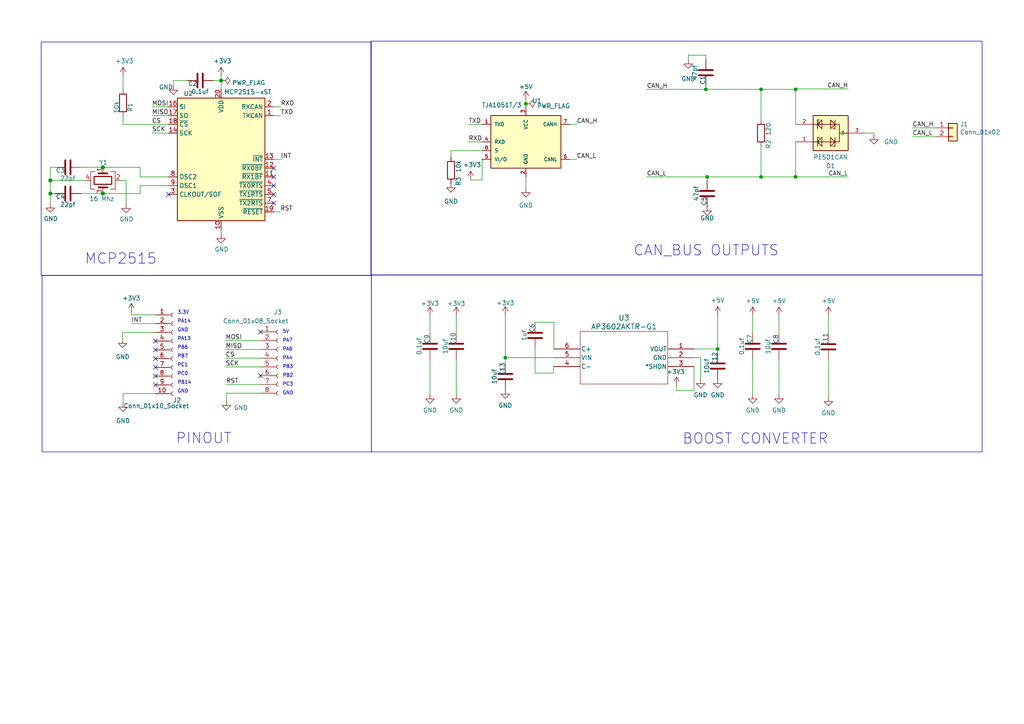
<source format=kicad_sch>
(kicad_sch (version 20230121) (generator eeschema)

  (uuid 6d4c1f58-527c-4281-ae08-39817909ce34)

  (paper "A4")

  (lib_symbols
    (symbol "2023-04-21_22-29-41:AP3602AKTR-G1" (pin_names (offset 0.254)) (in_bom yes) (on_board yes)
      (property "Reference" "U" (at 20.32 10.16 0)
        (effects (font (size 1.524 1.524)))
      )
      (property "Value" "AP3602AKTR-G1" (at 20.32 7.62 0)
        (effects (font (size 1.524 1.524)))
      )
      (property "Footprint" "SOT-23-6_DIO" (at 0 0 0)
        (effects (font (size 1.27 1.27) italic) hide)
      )
      (property "Datasheet" "AP3602AKTR-G1" (at 0 0 0)
        (effects (font (size 1.27 1.27) italic) hide)
      )
      (property "ki_locked" "" (at 0 0 0)
        (effects (font (size 1.27 1.27)))
      )
      (property "ki_keywords" "AP3602AKTR-G1" (at 0 0 0)
        (effects (font (size 1.27 1.27)) hide)
      )
      (property "ki_fp_filters" "SOT-23-6_DIO SOT-23-6_DIO-M SOT-23-6_DIO-L" (at 0 0 0)
        (effects (font (size 1.27 1.27)) hide)
      )
      (symbol "AP3602AKTR-G1_0_1"
        (polyline
          (pts
            (xy 7.62 -10.16)
            (xy 33.02 -10.16)
          )
          (stroke (width 0.127) (type default))
          (fill (type none))
        )
        (polyline
          (pts
            (xy 7.62 5.08)
            (xy 7.62 -10.16)
          )
          (stroke (width 0.127) (type default))
          (fill (type none))
        )
        (polyline
          (pts
            (xy 33.02 -10.16)
            (xy 33.02 5.08)
          )
          (stroke (width 0.127) (type default))
          (fill (type none))
        )
        (polyline
          (pts
            (xy 33.02 5.08)
            (xy 7.62 5.08)
          )
          (stroke (width 0.127) (type default))
          (fill (type none))
        )
        (pin output line (at 0 0 0) (length 7.62)
          (name "VOUT" (effects (font (size 1.27 1.27))))
          (number "1" (effects (font (size 1.27 1.27))))
        )
        (pin power_in line (at 0 -2.54 0) (length 7.62)
          (name "GND" (effects (font (size 1.27 1.27))))
          (number "2" (effects (font (size 1.27 1.27))))
        )
        (pin input line (at 0 -5.08 0) (length 7.62)
          (name "*SHDN" (effects (font (size 1.27 1.27))))
          (number "3" (effects (font (size 1.27 1.27))))
        )
        (pin bidirectional line (at 40.64 -5.08 180) (length 7.62)
          (name "C-" (effects (font (size 1.27 1.27))))
          (number "4" (effects (font (size 1.27 1.27))))
        )
        (pin input line (at 40.64 -2.54 180) (length 7.62)
          (name "VIN" (effects (font (size 1.27 1.27))))
          (number "5" (effects (font (size 1.27 1.27))))
        )
        (pin bidirectional line (at 40.64 0 180) (length 7.62)
          (name "C+" (effects (font (size 1.27 1.27))))
          (number "6" (effects (font (size 1.27 1.27))))
        )
      )
    )
    (symbol "CanBus-rescue:+3V3-power" (power) (pin_names (offset 0)) (in_bom yes) (on_board yes)
      (property "Reference" "#PWR" (at 0 -3.81 0)
        (effects (font (size 1.27 1.27)) hide)
      )
      (property "Value" "+3V3-power" (at 0 3.556 0)
        (effects (font (size 1.27 1.27)))
      )
      (property "Footprint" "" (at 0 0 0)
        (effects (font (size 1.27 1.27)) hide)
      )
      (property "Datasheet" "" (at 0 0 0)
        (effects (font (size 1.27 1.27)) hide)
      )
      (symbol "+3V3-power_0_1"
        (polyline
          (pts
            (xy -0.762 1.27)
            (xy 0 2.54)
          )
          (stroke (width 0) (type default))
          (fill (type none))
        )
        (polyline
          (pts
            (xy 0 0)
            (xy 0 2.54)
          )
          (stroke (width 0) (type default))
          (fill (type none))
        )
        (polyline
          (pts
            (xy 0 2.54)
            (xy 0.762 1.27)
          )
          (stroke (width 0) (type default))
          (fill (type none))
        )
      )
      (symbol "+3V3-power_1_1"
        (pin power_in line (at 0 0 90) (length 0) hide
          (name "+3V3" (effects (font (size 1.27 1.27))))
          (number "1" (effects (font (size 1.27 1.27))))
        )
      )
    )
    (symbol "CanBus-rescue:C-Device" (pin_numbers hide) (pin_names (offset 0.254)) (in_bom yes) (on_board yes)
      (property "Reference" "C" (at 0.635 2.54 0)
        (effects (font (size 1.27 1.27)) (justify left))
      )
      (property "Value" "C-Device" (at 0.635 -2.54 0)
        (effects (font (size 1.27 1.27)) (justify left))
      )
      (property "Footprint" "" (at 0.9652 -3.81 0)
        (effects (font (size 1.27 1.27)) hide)
      )
      (property "Datasheet" "" (at 0 0 0)
        (effects (font (size 1.27 1.27)) hide)
      )
      (property "ki_fp_filters" "C_*" (at 0 0 0)
        (effects (font (size 1.27 1.27)) hide)
      )
      (symbol "C-Device_0_1"
        (polyline
          (pts
            (xy -2.032 -0.762)
            (xy 2.032 -0.762)
          )
          (stroke (width 0.508) (type default))
          (fill (type none))
        )
        (polyline
          (pts
            (xy -2.032 0.762)
            (xy 2.032 0.762)
          )
          (stroke (width 0.508) (type default))
          (fill (type none))
        )
      )
      (symbol "C-Device_1_1"
        (pin passive line (at 0 3.81 270) (length 2.794)
          (name "~" (effects (font (size 1.27 1.27))))
          (number "1" (effects (font (size 1.27 1.27))))
        )
        (pin passive line (at 0 -3.81 90) (length 2.794)
          (name "~" (effects (font (size 1.27 1.27))))
          (number "2" (effects (font (size 1.27 1.27))))
        )
      )
    )
    (symbol "CanBus-rescue:Conn_01x02-Connector_Generic" (pin_names (offset 1.016) hide) (in_bom yes) (on_board yes)
      (property "Reference" "J" (at 0 2.54 0)
        (effects (font (size 1.27 1.27)))
      )
      (property "Value" "Conn_01x02-Connector_Generic" (at 0 -5.08 0)
        (effects (font (size 1.27 1.27)))
      )
      (property "Footprint" "" (at 0 0 0)
        (effects (font (size 1.27 1.27)) hide)
      )
      (property "Datasheet" "" (at 0 0 0)
        (effects (font (size 1.27 1.27)) hide)
      )
      (property "ki_fp_filters" "Connector*:*_1x??_*" (at 0 0 0)
        (effects (font (size 1.27 1.27)) hide)
      )
      (symbol "Conn_01x02-Connector_Generic_1_1"
        (rectangle (start -1.27 -2.413) (end 0 -2.667)
          (stroke (width 0.1524) (type default))
          (fill (type none))
        )
        (rectangle (start -1.27 0.127) (end 0 -0.127)
          (stroke (width 0.1524) (type default))
          (fill (type none))
        )
        (rectangle (start -1.27 1.27) (end 1.27 -3.81)
          (stroke (width 0.254) (type default))
          (fill (type background))
        )
        (pin passive line (at -5.08 0 0) (length 3.81)
          (name "Pin_1" (effects (font (size 1.27 1.27))))
          (number "1" (effects (font (size 1.27 1.27))))
        )
        (pin passive line (at -5.08 -2.54 0) (length 3.81)
          (name "Pin_2" (effects (font (size 1.27 1.27))))
          (number "2" (effects (font (size 1.27 1.27))))
        )
      )
    )
    (symbol "CanBus-rescue:Crystal_GND24-Device" (pin_names (offset 1.016) hide) (in_bom yes) (on_board yes)
      (property "Reference" "Y" (at 3.175 5.08 0)
        (effects (font (size 1.27 1.27)) (justify left))
      )
      (property "Value" "Crystal_GND24-Device" (at 3.175 3.175 0)
        (effects (font (size 1.27 1.27)) (justify left))
      )
      (property "Footprint" "" (at 0 0 0)
        (effects (font (size 1.27 1.27)) hide)
      )
      (property "Datasheet" "" (at 0 0 0)
        (effects (font (size 1.27 1.27)) hide)
      )
      (property "ki_fp_filters" "Crystal*" (at 0 0 0)
        (effects (font (size 1.27 1.27)) hide)
      )
      (symbol "Crystal_GND24-Device_0_1"
        (rectangle (start -1.143 2.54) (end 1.143 -2.54)
          (stroke (width 0.3048) (type default))
          (fill (type none))
        )
        (polyline
          (pts
            (xy -2.54 0)
            (xy -2.032 0)
          )
          (stroke (width 0) (type default))
          (fill (type none))
        )
        (polyline
          (pts
            (xy -2.032 -1.27)
            (xy -2.032 1.27)
          )
          (stroke (width 0.508) (type default))
          (fill (type none))
        )
        (polyline
          (pts
            (xy 0 -3.81)
            (xy 0 -3.556)
          )
          (stroke (width 0) (type default))
          (fill (type none))
        )
        (polyline
          (pts
            (xy 0 3.556)
            (xy 0 3.81)
          )
          (stroke (width 0) (type default))
          (fill (type none))
        )
        (polyline
          (pts
            (xy 2.032 -1.27)
            (xy 2.032 1.27)
          )
          (stroke (width 0.508) (type default))
          (fill (type none))
        )
        (polyline
          (pts
            (xy 2.032 0)
            (xy 2.54 0)
          )
          (stroke (width 0) (type default))
          (fill (type none))
        )
        (polyline
          (pts
            (xy -2.54 -2.286)
            (xy -2.54 -3.556)
            (xy 2.54 -3.556)
            (xy 2.54 -2.286)
          )
          (stroke (width 0) (type default))
          (fill (type none))
        )
        (polyline
          (pts
            (xy -2.54 2.286)
            (xy -2.54 3.556)
            (xy 2.54 3.556)
            (xy 2.54 2.286)
          )
          (stroke (width 0) (type default))
          (fill (type none))
        )
      )
      (symbol "Crystal_GND24-Device_1_1"
        (pin passive line (at -3.81 0 0) (length 1.27)
          (name "1" (effects (font (size 1.27 1.27))))
          (number "1" (effects (font (size 1.27 1.27))))
        )
        (pin passive line (at 0 5.08 270) (length 1.27)
          (name "2" (effects (font (size 1.27 1.27))))
          (number "2" (effects (font (size 1.27 1.27))))
        )
        (pin passive line (at 3.81 0 180) (length 1.27)
          (name "3" (effects (font (size 1.27 1.27))))
          (number "3" (effects (font (size 1.27 1.27))))
        )
        (pin passive line (at 0 -5.08 90) (length 1.27)
          (name "4" (effects (font (size 1.27 1.27))))
          (number "4" (effects (font (size 1.27 1.27))))
        )
      )
    )
    (symbol "CanBus-rescue:GND-power" (power) (pin_names (offset 0)) (in_bom yes) (on_board yes)
      (property "Reference" "#PWR" (at 0 -6.35 0)
        (effects (font (size 1.27 1.27)) hide)
      )
      (property "Value" "GND-power" (at 0 -3.81 0)
        (effects (font (size 1.27 1.27)))
      )
      (property "Footprint" "" (at 0 0 0)
        (effects (font (size 1.27 1.27)) hide)
      )
      (property "Datasheet" "" (at 0 0 0)
        (effects (font (size 1.27 1.27)) hide)
      )
      (symbol "GND-power_0_1"
        (polyline
          (pts
            (xy 0 0)
            (xy 0 -1.27)
            (xy 1.27 -1.27)
            (xy 0 -2.54)
            (xy -1.27 -1.27)
            (xy 0 -1.27)
          )
          (stroke (width 0) (type default))
          (fill (type none))
        )
      )
      (symbol "GND-power_1_1"
        (pin power_in line (at 0 0 270) (length 0) hide
          (name "GND" (effects (font (size 1.27 1.27))))
          (number "1" (effects (font (size 1.27 1.27))))
        )
      )
    )
    (symbol "CanBus-rescue:MCP2515-xST-Interface_CAN_LIN" (in_bom yes) (on_board yes)
      (property "Reference" "U" (at -10.16 19.685 0)
        (effects (font (size 1.27 1.27)) (justify right))
      )
      (property "Value" "MCP2515-xST-Interface_CAN_LIN" (at 19.05 20.32 0)
        (effects (font (size 1.27 1.27)) (justify right top))
      )
      (property "Footprint" "Package_SO:TSSOP-20_4.4x6.5mm_P0.65mm" (at 0 -22.86 0)
        (effects (font (size 1.27 1.27) italic) hide)
      )
      (property "Datasheet" "" (at 2.54 -20.32 0)
        (effects (font (size 1.27 1.27)) hide)
      )
      (property "ki_fp_filters" "TSSOP*" (at 0 0 0)
        (effects (font (size 1.27 1.27)) hide)
      )
      (symbol "MCP2515-xST-Interface_CAN_LIN_0_1"
        (rectangle (start -12.7 17.78) (end 12.7 -17.78)
          (stroke (width 0.254) (type default))
          (fill (type background))
        )
      )
      (symbol "MCP2515-xST-Interface_CAN_LIN_1_1"
        (pin output line (at 15.24 12.7 180) (length 2.54)
          (name "TXCAN" (effects (font (size 1.27 1.27))))
          (number "1" (effects (font (size 1.27 1.27))))
        )
        (pin power_in line (at 0 -20.32 90) (length 2.54)
          (name "VSS" (effects (font (size 1.27 1.27))))
          (number "10" (effects (font (size 1.27 1.27))))
        )
        (pin output line (at 15.24 -5.08 180) (length 2.54)
          (name "~{RX1BF}" (effects (font (size 1.27 1.27))))
          (number "11" (effects (font (size 1.27 1.27))))
        )
        (pin output line (at 15.24 -2.54 180) (length 2.54)
          (name "~{RX0BF}" (effects (font (size 1.27 1.27))))
          (number "12" (effects (font (size 1.27 1.27))))
        )
        (pin output line (at 15.24 0 180) (length 2.54)
          (name "~{INT}" (effects (font (size 1.27 1.27))))
          (number "13" (effects (font (size 1.27 1.27))))
        )
        (pin input line (at -15.24 7.62 0) (length 2.54)
          (name "SCK" (effects (font (size 1.27 1.27))))
          (number "14" (effects (font (size 1.27 1.27))))
        )
        (pin no_connect line (at -12.7 -2.54 0) (length 2.54) hide
          (name "NC" (effects (font (size 1.27 1.27))))
          (number "15" (effects (font (size 1.27 1.27))))
        )
        (pin input line (at -15.24 15.24 0) (length 2.54)
          (name "SI" (effects (font (size 1.27 1.27))))
          (number "16" (effects (font (size 1.27 1.27))))
        )
        (pin output line (at -15.24 12.7 0) (length 2.54)
          (name "SO" (effects (font (size 1.27 1.27))))
          (number "17" (effects (font (size 1.27 1.27))))
        )
        (pin input line (at -15.24 10.16 0) (length 2.54)
          (name "~{CS}" (effects (font (size 1.27 1.27))))
          (number "18" (effects (font (size 1.27 1.27))))
        )
        (pin input line (at 15.24 -15.24 180) (length 2.54)
          (name "~{RESET}" (effects (font (size 1.27 1.27))))
          (number "19" (effects (font (size 1.27 1.27))))
        )
        (pin input line (at 15.24 15.24 180) (length 2.54)
          (name "RXCAN" (effects (font (size 1.27 1.27))))
          (number "2" (effects (font (size 1.27 1.27))))
        )
        (pin power_in line (at 0 20.32 270) (length 2.54)
          (name "VDD" (effects (font (size 1.27 1.27))))
          (number "20" (effects (font (size 1.27 1.27))))
        )
        (pin output line (at -15.24 -10.16 0) (length 2.54)
          (name "CLKOUT/SOF" (effects (font (size 1.27 1.27))))
          (number "3" (effects (font (size 1.27 1.27))))
        )
        (pin input line (at 15.24 -7.62 180) (length 2.54)
          (name "~{TX0RTS}" (effects (font (size 1.27 1.27))))
          (number "4" (effects (font (size 1.27 1.27))))
        )
        (pin input line (at 15.24 -10.16 180) (length 2.54)
          (name "~{TX1RTS}" (effects (font (size 1.27 1.27))))
          (number "5" (effects (font (size 1.27 1.27))))
        )
        (pin no_connect line (at -12.7 0 0) (length 2.54) hide
          (name "NC" (effects (font (size 1.27 1.27))))
          (number "6" (effects (font (size 1.27 1.27))))
        )
        (pin input line (at 15.24 -12.7 180) (length 2.54)
          (name "~{TX2RTS}" (effects (font (size 1.27 1.27))))
          (number "7" (effects (font (size 1.27 1.27))))
        )
        (pin output line (at -15.24 -5.08 0) (length 2.54)
          (name "OSC2" (effects (font (size 1.27 1.27))))
          (number "8" (effects (font (size 1.27 1.27))))
        )
        (pin input line (at -15.24 -7.62 0) (length 2.54)
          (name "OSC1" (effects (font (size 1.27 1.27))))
          (number "9" (effects (font (size 1.27 1.27))))
        )
      )
    )
    (symbol "CanBus-rescue:R-Device" (pin_numbers hide) (pin_names (offset 0)) (in_bom yes) (on_board yes)
      (property "Reference" "R" (at 2.032 0 90)
        (effects (font (size 1.27 1.27)))
      )
      (property "Value" "R-Device" (at 0 0 90)
        (effects (font (size 1.27 1.27)))
      )
      (property "Footprint" "" (at -1.778 0 90)
        (effects (font (size 1.27 1.27)) hide)
      )
      (property "Datasheet" "" (at 0 0 0)
        (effects (font (size 1.27 1.27)) hide)
      )
      (property "ki_fp_filters" "R_*" (at 0 0 0)
        (effects (font (size 1.27 1.27)) hide)
      )
      (symbol "R-Device_0_1"
        (rectangle (start -1.016 -2.54) (end 1.016 2.54)
          (stroke (width 0.254) (type default))
          (fill (type none))
        )
      )
      (symbol "R-Device_1_1"
        (pin passive line (at 0 3.81 270) (length 1.27)
          (name "~" (effects (font (size 1.27 1.27))))
          (number "1" (effects (font (size 1.27 1.27))))
        )
        (pin passive line (at 0 -3.81 90) (length 1.27)
          (name "~" (effects (font (size 1.27 1.27))))
          (number "2" (effects (font (size 1.27 1.27))))
        )
      )
    )
    (symbol "Connector:Conn_01x08_Socket" (pin_names (offset 1.016) hide) (in_bom yes) (on_board yes)
      (property "Reference" "J" (at 0 10.16 0)
        (effects (font (size 1.27 1.27)))
      )
      (property "Value" "Conn_01x08_Socket" (at 0 -12.7 0)
        (effects (font (size 1.27 1.27)))
      )
      (property "Footprint" "" (at 0 0 0)
        (effects (font (size 1.27 1.27)) hide)
      )
      (property "Datasheet" "~" (at 0 0 0)
        (effects (font (size 1.27 1.27)) hide)
      )
      (property "ki_locked" "" (at 0 0 0)
        (effects (font (size 1.27 1.27)))
      )
      (property "ki_keywords" "connector" (at 0 0 0)
        (effects (font (size 1.27 1.27)) hide)
      )
      (property "ki_description" "Generic connector, single row, 01x08, script generated" (at 0 0 0)
        (effects (font (size 1.27 1.27)) hide)
      )
      (property "ki_fp_filters" "Connector*:*_1x??_*" (at 0 0 0)
        (effects (font (size 1.27 1.27)) hide)
      )
      (symbol "Conn_01x08_Socket_1_1"
        (arc (start 0 -9.652) (mid -0.5058 -10.16) (end 0 -10.668)
          (stroke (width 0.1524) (type default))
          (fill (type none))
        )
        (arc (start 0 -7.112) (mid -0.5058 -7.62) (end 0 -8.128)
          (stroke (width 0.1524) (type default))
          (fill (type none))
        )
        (arc (start 0 -4.572) (mid -0.5058 -5.08) (end 0 -5.588)
          (stroke (width 0.1524) (type default))
          (fill (type none))
        )
        (arc (start 0 -2.032) (mid -0.5058 -2.54) (end 0 -3.048)
          (stroke (width 0.1524) (type default))
          (fill (type none))
        )
        (polyline
          (pts
            (xy -1.27 -10.16)
            (xy -0.508 -10.16)
          )
          (stroke (width 0.1524) (type default))
          (fill (type none))
        )
        (polyline
          (pts
            (xy -1.27 -7.62)
            (xy -0.508 -7.62)
          )
          (stroke (width 0.1524) (type default))
          (fill (type none))
        )
        (polyline
          (pts
            (xy -1.27 -5.08)
            (xy -0.508 -5.08)
          )
          (stroke (width 0.1524) (type default))
          (fill (type none))
        )
        (polyline
          (pts
            (xy -1.27 -2.54)
            (xy -0.508 -2.54)
          )
          (stroke (width 0.1524) (type default))
          (fill (type none))
        )
        (polyline
          (pts
            (xy -1.27 0)
            (xy -0.508 0)
          )
          (stroke (width 0.1524) (type default))
          (fill (type none))
        )
        (polyline
          (pts
            (xy -1.27 2.54)
            (xy -0.508 2.54)
          )
          (stroke (width 0.1524) (type default))
          (fill (type none))
        )
        (polyline
          (pts
            (xy -1.27 5.08)
            (xy -0.508 5.08)
          )
          (stroke (width 0.1524) (type default))
          (fill (type none))
        )
        (polyline
          (pts
            (xy -1.27 7.62)
            (xy -0.508 7.62)
          )
          (stroke (width 0.1524) (type default))
          (fill (type none))
        )
        (arc (start 0 0.508) (mid -0.5058 0) (end 0 -0.508)
          (stroke (width 0.1524) (type default))
          (fill (type none))
        )
        (arc (start 0 3.048) (mid -0.5058 2.54) (end 0 2.032)
          (stroke (width 0.1524) (type default))
          (fill (type none))
        )
        (arc (start 0 5.588) (mid -0.5058 5.08) (end 0 4.572)
          (stroke (width 0.1524) (type default))
          (fill (type none))
        )
        (arc (start 0 8.128) (mid -0.5058 7.62) (end 0 7.112)
          (stroke (width 0.1524) (type default))
          (fill (type none))
        )
        (pin passive line (at -5.08 7.62 0) (length 3.81)
          (name "Pin_1" (effects (font (size 1.27 1.27))))
          (number "1" (effects (font (size 1.27 1.27))))
        )
        (pin passive line (at -5.08 5.08 0) (length 3.81)
          (name "Pin_2" (effects (font (size 1.27 1.27))))
          (number "2" (effects (font (size 1.27 1.27))))
        )
        (pin passive line (at -5.08 2.54 0) (length 3.81)
          (name "Pin_3" (effects (font (size 1.27 1.27))))
          (number "3" (effects (font (size 1.27 1.27))))
        )
        (pin passive line (at -5.08 0 0) (length 3.81)
          (name "Pin_4" (effects (font (size 1.27 1.27))))
          (number "4" (effects (font (size 1.27 1.27))))
        )
        (pin passive line (at -5.08 -2.54 0) (length 3.81)
          (name "Pin_5" (effects (font (size 1.27 1.27))))
          (number "5" (effects (font (size 1.27 1.27))))
        )
        (pin passive line (at -5.08 -5.08 0) (length 3.81)
          (name "Pin_6" (effects (font (size 1.27 1.27))))
          (number "6" (effects (font (size 1.27 1.27))))
        )
        (pin passive line (at -5.08 -7.62 0) (length 3.81)
          (name "Pin_7" (effects (font (size 1.27 1.27))))
          (number "7" (effects (font (size 1.27 1.27))))
        )
        (pin passive line (at -5.08 -10.16 0) (length 3.81)
          (name "Pin_8" (effects (font (size 1.27 1.27))))
          (number "8" (effects (font (size 1.27 1.27))))
        )
      )
    )
    (symbol "Connector:Conn_01x10_Socket" (pin_names (offset 1.016) hide) (in_bom yes) (on_board yes)
      (property "Reference" "J" (at 0 12.7 0)
        (effects (font (size 1.27 1.27)))
      )
      (property "Value" "Conn_01x10_Socket" (at 0 -15.24 0)
        (effects (font (size 1.27 1.27)))
      )
      (property "Footprint" "" (at 0 0 0)
        (effects (font (size 1.27 1.27)) hide)
      )
      (property "Datasheet" "~" (at 0 0 0)
        (effects (font (size 1.27 1.27)) hide)
      )
      (property "ki_locked" "" (at 0 0 0)
        (effects (font (size 1.27 1.27)))
      )
      (property "ki_keywords" "connector" (at 0 0 0)
        (effects (font (size 1.27 1.27)) hide)
      )
      (property "ki_description" "Generic connector, single row, 01x10, script generated" (at 0 0 0)
        (effects (font (size 1.27 1.27)) hide)
      )
      (property "ki_fp_filters" "Connector*:*_1x??_*" (at 0 0 0)
        (effects (font (size 1.27 1.27)) hide)
      )
      (symbol "Conn_01x10_Socket_1_1"
        (arc (start 0 -12.192) (mid -0.5058 -12.7) (end 0 -13.208)
          (stroke (width 0.1524) (type default))
          (fill (type none))
        )
        (arc (start 0 -9.652) (mid -0.5058 -10.16) (end 0 -10.668)
          (stroke (width 0.1524) (type default))
          (fill (type none))
        )
        (arc (start 0 -7.112) (mid -0.5058 -7.62) (end 0 -8.128)
          (stroke (width 0.1524) (type default))
          (fill (type none))
        )
        (arc (start 0 -4.572) (mid -0.5058 -5.08) (end 0 -5.588)
          (stroke (width 0.1524) (type default))
          (fill (type none))
        )
        (arc (start 0 -2.032) (mid -0.5058 -2.54) (end 0 -3.048)
          (stroke (width 0.1524) (type default))
          (fill (type none))
        )
        (polyline
          (pts
            (xy -1.27 -12.7)
            (xy -0.508 -12.7)
          )
          (stroke (width 0.1524) (type default))
          (fill (type none))
        )
        (polyline
          (pts
            (xy -1.27 -10.16)
            (xy -0.508 -10.16)
          )
          (stroke (width 0.1524) (type default))
          (fill (type none))
        )
        (polyline
          (pts
            (xy -1.27 -7.62)
            (xy -0.508 -7.62)
          )
          (stroke (width 0.1524) (type default))
          (fill (type none))
        )
        (polyline
          (pts
            (xy -1.27 -5.08)
            (xy -0.508 -5.08)
          )
          (stroke (width 0.1524) (type default))
          (fill (type none))
        )
        (polyline
          (pts
            (xy -1.27 -2.54)
            (xy -0.508 -2.54)
          )
          (stroke (width 0.1524) (type default))
          (fill (type none))
        )
        (polyline
          (pts
            (xy -1.27 0)
            (xy -0.508 0)
          )
          (stroke (width 0.1524) (type default))
          (fill (type none))
        )
        (polyline
          (pts
            (xy -1.27 2.54)
            (xy -0.508 2.54)
          )
          (stroke (width 0.1524) (type default))
          (fill (type none))
        )
        (polyline
          (pts
            (xy -1.27 5.08)
            (xy -0.508 5.08)
          )
          (stroke (width 0.1524) (type default))
          (fill (type none))
        )
        (polyline
          (pts
            (xy -1.27 7.62)
            (xy -0.508 7.62)
          )
          (stroke (width 0.1524) (type default))
          (fill (type none))
        )
        (polyline
          (pts
            (xy -1.27 10.16)
            (xy -0.508 10.16)
          )
          (stroke (width 0.1524) (type default))
          (fill (type none))
        )
        (arc (start 0 0.508) (mid -0.5058 0) (end 0 -0.508)
          (stroke (width 0.1524) (type default))
          (fill (type none))
        )
        (arc (start 0 3.048) (mid -0.5058 2.54) (end 0 2.032)
          (stroke (width 0.1524) (type default))
          (fill (type none))
        )
        (arc (start 0 5.588) (mid -0.5058 5.08) (end 0 4.572)
          (stroke (width 0.1524) (type default))
          (fill (type none))
        )
        (arc (start 0 8.128) (mid -0.5058 7.62) (end 0 7.112)
          (stroke (width 0.1524) (type default))
          (fill (type none))
        )
        (arc (start 0 10.668) (mid -0.5058 10.16) (end 0 9.652)
          (stroke (width 0.1524) (type default))
          (fill (type none))
        )
        (pin passive line (at -5.08 10.16 0) (length 3.81)
          (name "Pin_1" (effects (font (size 1.27 1.27))))
          (number "1" (effects (font (size 1.27 1.27))))
        )
        (pin passive line (at -5.08 -12.7 0) (length 3.81)
          (name "Pin_10" (effects (font (size 1.27 1.27))))
          (number "10" (effects (font (size 1.27 1.27))))
        )
        (pin passive line (at -5.08 7.62 0) (length 3.81)
          (name "Pin_2" (effects (font (size 1.27 1.27))))
          (number "2" (effects (font (size 1.27 1.27))))
        )
        (pin passive line (at -5.08 5.08 0) (length 3.81)
          (name "Pin_3" (effects (font (size 1.27 1.27))))
          (number "3" (effects (font (size 1.27 1.27))))
        )
        (pin passive line (at -5.08 2.54 0) (length 3.81)
          (name "Pin_4" (effects (font (size 1.27 1.27))))
          (number "4" (effects (font (size 1.27 1.27))))
        )
        (pin passive line (at -5.08 0 0) (length 3.81)
          (name "Pin_5" (effects (font (size 1.27 1.27))))
          (number "5" (effects (font (size 1.27 1.27))))
        )
        (pin passive line (at -5.08 -2.54 0) (length 3.81)
          (name "Pin_6" (effects (font (size 1.27 1.27))))
          (number "6" (effects (font (size 1.27 1.27))))
        )
        (pin passive line (at -5.08 -5.08 0) (length 3.81)
          (name "Pin_7" (effects (font (size 1.27 1.27))))
          (number "7" (effects (font (size 1.27 1.27))))
        )
        (pin passive line (at -5.08 -7.62 0) (length 3.81)
          (name "Pin_8" (effects (font (size 1.27 1.27))))
          (number "8" (effects (font (size 1.27 1.27))))
        )
        (pin passive line (at -5.08 -10.16 0) (length 3.81)
          (name "Pin_9" (effects (font (size 1.27 1.27))))
          (number "9" (effects (font (size 1.27 1.27))))
        )
      )
    )
    (symbol "PESD1CAN:PESD1CAN" (pin_names (offset 1.016)) (in_bom yes) (on_board yes)
      (property "Reference" "D" (at 0 11.4366 0)
        (effects (font (size 1.27 1.27)) (justify left bottom))
      )
      (property "Value" "PESD1CAN" (at 0 -2.542 0)
        (effects (font (size 1.27 1.27)) (justify left bottom))
      )
      (property "Footprint" "SOT23-3" (at 0 0 0)
        (effects (font (size 1.27 1.27)) (justify bottom) hide)
      )
      (property "Datasheet" "" (at 0 0 0)
        (effects (font (size 1.27 1.27)) hide)
      )
      (property "PROD_ID" "DIO-12501" (at 0 0 0)
        (effects (font (size 1.27 1.27)) (justify bottom) hide)
      )
      (symbol "PESD1CAN_0_0"
        (polyline
          (pts
            (xy 0 2.54)
            (xy 1.27 2.54)
          )
          (stroke (width 0.2032) (type default))
          (fill (type none))
        )
        (polyline
          (pts
            (xy 0 7.62)
            (xy 1.27 7.62)
          )
          (stroke (width 0.2032) (type default))
          (fill (type none))
        )
        (polyline
          (pts
            (xy 1.27 1.27)
            (xy 1.905 1.27)
          )
          (stroke (width 0.2032) (type default))
          (fill (type none))
        )
        (polyline
          (pts
            (xy 1.27 2.54)
            (xy 1.27 1.27)
          )
          (stroke (width 0.2032) (type default))
          (fill (type none))
        )
        (polyline
          (pts
            (xy 1.27 2.54)
            (xy 2.54 3.81)
          )
          (stroke (width 0.2032) (type default))
          (fill (type none))
        )
        (polyline
          (pts
            (xy 1.27 2.54)
            (xy 6.35 2.54)
          )
          (stroke (width 0.2032) (type default))
          (fill (type none))
        )
        (polyline
          (pts
            (xy 1.27 3.81)
            (xy 1.27 2.54)
          )
          (stroke (width 0.2032) (type default))
          (fill (type none))
        )
        (polyline
          (pts
            (xy 1.27 6.35)
            (xy 1.905 6.35)
          )
          (stroke (width 0.2032) (type default))
          (fill (type none))
        )
        (polyline
          (pts
            (xy 1.27 7.62)
            (xy 1.27 6.35)
          )
          (stroke (width 0.2032) (type default))
          (fill (type none))
        )
        (polyline
          (pts
            (xy 1.27 7.62)
            (xy 2.54 8.89)
          )
          (stroke (width 0.2032) (type default))
          (fill (type none))
        )
        (polyline
          (pts
            (xy 1.27 7.62)
            (xy 6.35 7.62)
          )
          (stroke (width 0.2032) (type default))
          (fill (type none))
        )
        (polyline
          (pts
            (xy 1.27 8.89)
            (xy 1.27 7.62)
          )
          (stroke (width 0.2032) (type default))
          (fill (type none))
        )
        (polyline
          (pts
            (xy 2.54 1.27)
            (xy 1.27 2.54)
          )
          (stroke (width 0.2032) (type default))
          (fill (type none))
        )
        (polyline
          (pts
            (xy 2.54 3.81)
            (xy 2.54 1.27)
          )
          (stroke (width 0.2032) (type default))
          (fill (type none))
        )
        (polyline
          (pts
            (xy 2.54 6.35)
            (xy 1.27 7.62)
          )
          (stroke (width 0.2032) (type default))
          (fill (type none))
        )
        (polyline
          (pts
            (xy 2.54 8.89)
            (xy 2.54 6.35)
          )
          (stroke (width 0.2032) (type default))
          (fill (type none))
        )
        (polyline
          (pts
            (xy 5.08 1.27)
            (xy 6.35 2.54)
          )
          (stroke (width 0.2032) (type default))
          (fill (type none))
        )
        (polyline
          (pts
            (xy 5.08 3.81)
            (xy 5.08 1.27)
          )
          (stroke (width 0.2032) (type default))
          (fill (type none))
        )
        (polyline
          (pts
            (xy 5.08 6.35)
            (xy 6.35 7.62)
          )
          (stroke (width 0.2032) (type default))
          (fill (type none))
        )
        (polyline
          (pts
            (xy 5.08 8.89)
            (xy 5.08 6.35)
          )
          (stroke (width 0.2032) (type default))
          (fill (type none))
        )
        (polyline
          (pts
            (xy 6.35 1.27)
            (xy 6.35 2.54)
          )
          (stroke (width 0.2032) (type default))
          (fill (type none))
        )
        (polyline
          (pts
            (xy 6.35 2.54)
            (xy 5.08 3.81)
          )
          (stroke (width 0.2032) (type default))
          (fill (type none))
        )
        (polyline
          (pts
            (xy 6.35 2.54)
            (xy 6.35 3.81)
          )
          (stroke (width 0.2032) (type default))
          (fill (type none))
        )
        (polyline
          (pts
            (xy 6.35 2.54)
            (xy 7.62 2.54)
          )
          (stroke (width 0.2032) (type default))
          (fill (type none))
        )
        (polyline
          (pts
            (xy 6.35 3.81)
            (xy 5.715 3.81)
          )
          (stroke (width 0.2032) (type default))
          (fill (type none))
        )
        (polyline
          (pts
            (xy 6.35 6.35)
            (xy 6.35 7.62)
          )
          (stroke (width 0.2032) (type default))
          (fill (type none))
        )
        (polyline
          (pts
            (xy 6.35 7.62)
            (xy 5.08 8.89)
          )
          (stroke (width 0.2032) (type default))
          (fill (type none))
        )
        (polyline
          (pts
            (xy 6.35 7.62)
            (xy 6.35 8.89)
          )
          (stroke (width 0.2032) (type default))
          (fill (type none))
        )
        (polyline
          (pts
            (xy 6.35 7.62)
            (xy 7.62 7.62)
          )
          (stroke (width 0.2032) (type default))
          (fill (type none))
        )
        (polyline
          (pts
            (xy 6.35 8.89)
            (xy 5.715 8.89)
          )
          (stroke (width 0.2032) (type default))
          (fill (type none))
        )
        (polyline
          (pts
            (xy 7.62 5.08)
            (xy 7.62 2.54)
          )
          (stroke (width 0.2032) (type default))
          (fill (type none))
        )
        (polyline
          (pts
            (xy 7.62 5.08)
            (xy 10.16 5.08)
          )
          (stroke (width 0.2032) (type default))
          (fill (type none))
        )
        (polyline
          (pts
            (xy 7.62 7.62)
            (xy 7.62 5.08)
          )
          (stroke (width 0.2032) (type default))
          (fill (type none))
        )
        (rectangle (start 0 0) (end 10.16 10.16)
          (stroke (width 0.254) (type default))
          (fill (type background))
        )
        (pin bidirectional line (at -5.08 7.62 0) (length 5.08)
          (name "1" (effects (font (size 1.016 1.016))))
          (number "1" (effects (font (size 1.016 1.016))))
        )
        (pin bidirectional line (at -5.08 2.54 0) (length 5.08)
          (name "2" (effects (font (size 1.016 1.016))))
          (number "2" (effects (font (size 1.016 1.016))))
        )
        (pin bidirectional line (at 15.24 5.08 180) (length 5.08)
          (name "3" (effects (font (size 1.016 1.016))))
          (number "3" (effects (font (size 1.016 1.016))))
        )
      )
    )
    (symbol "TJA1051T_3:TJA1051T{slash}3" (pin_names (offset 1.016)) (in_bom yes) (on_board yes)
      (property "Reference" "U" (at -10.16 10.16 0)
        (effects (font (size 1.27 1.27)) (justify left bottom))
      )
      (property "Value" "TJA1051T{slash}3" (at -10.16 -10.16 0)
        (effects (font (size 1.27 1.27)) (justify left bottom))
      )
      (property "Footprint" "SOT96-1" (at 0 0 0)
        (effects (font (size 1.27 1.27)) (justify bottom) hide)
      )
      (property "Datasheet" "" (at 0 0 0)
        (effects (font (size 1.27 1.27)) hide)
      )
      (symbol "TJA1051T{slash}3_0_0"
        (rectangle (start -10.16 -7.62) (end 10.16 7.62)
          (stroke (width 0.254) (type default))
          (fill (type background))
        )
        (pin output line (at -12.7 5.08 0) (length 2.54)
          (name "TXD" (effects (font (size 1.016 1.016))))
          (number "1" (effects (font (size 1.016 1.016))))
        )
        (pin bidirectional line (at 0 -10.16 90) (length 2.54)
          (name "GND" (effects (font (size 1.016 1.016))))
          (number "2" (effects (font (size 1.016 1.016))))
        )
        (pin bidirectional line (at 0 10.16 270) (length 2.54)
          (name "VCC" (effects (font (size 1.016 1.016))))
          (number "3" (effects (font (size 1.016 1.016))))
        )
        (pin bidirectional line (at -12.7 0 0) (length 2.54)
          (name "RXD" (effects (font (size 1.016 1.016))))
          (number "4" (effects (font (size 1.016 1.016))))
        )
        (pin passive line (at -12.7 -5.08 0) (length 2.54)
          (name "VI/O" (effects (font (size 1.016 1.016))))
          (number "5" (effects (font (size 1.016 1.016))))
        )
        (pin bidirectional line (at 12.7 -5.08 180) (length 2.54)
          (name "CANL" (effects (font (size 1.016 1.016))))
          (number "6" (effects (font (size 1.016 1.016))))
        )
        (pin bidirectional line (at 12.7 5.08 180) (length 2.54)
          (name "CANH" (effects (font (size 1.016 1.016))))
          (number "7" (effects (font (size 1.016 1.016))))
        )
        (pin power_in line (at -12.7 -2.54 0) (length 2.54)
          (name "S" (effects (font (size 1.016 1.016))))
          (number "8" (effects (font (size 1.016 1.016))))
        )
      )
    )
    (symbol "power:+3V3" (power) (pin_names (offset 0)) (in_bom yes) (on_board yes)
      (property "Reference" "#PWR" (at 0 -3.81 0)
        (effects (font (size 1.27 1.27)) hide)
      )
      (property "Value" "+3V3" (at 0 3.556 0)
        (effects (font (size 1.27 1.27)))
      )
      (property "Footprint" "" (at 0 0 0)
        (effects (font (size 1.27 1.27)) hide)
      )
      (property "Datasheet" "" (at 0 0 0)
        (effects (font (size 1.27 1.27)) hide)
      )
      (property "ki_keywords" "global power" (at 0 0 0)
        (effects (font (size 1.27 1.27)) hide)
      )
      (property "ki_description" "Power symbol creates a global label with name \"+3V3\"" (at 0 0 0)
        (effects (font (size 1.27 1.27)) hide)
      )
      (symbol "+3V3_0_1"
        (polyline
          (pts
            (xy -0.762 1.27)
            (xy 0 2.54)
          )
          (stroke (width 0) (type default))
          (fill (type none))
        )
        (polyline
          (pts
            (xy 0 0)
            (xy 0 2.54)
          )
          (stroke (width 0) (type default))
          (fill (type none))
        )
        (polyline
          (pts
            (xy 0 2.54)
            (xy 0.762 1.27)
          )
          (stroke (width 0) (type default))
          (fill (type none))
        )
      )
      (symbol "+3V3_1_1"
        (pin power_in line (at 0 0 90) (length 0) hide
          (name "+3V3" (effects (font (size 1.27 1.27))))
          (number "1" (effects (font (size 1.27 1.27))))
        )
      )
    )
    (symbol "power:+5V" (power) (pin_names (offset 0)) (in_bom yes) (on_board yes)
      (property "Reference" "#PWR" (at 0 -3.81 0)
        (effects (font (size 1.27 1.27)) hide)
      )
      (property "Value" "+5V" (at 0 3.556 0)
        (effects (font (size 1.27 1.27)))
      )
      (property "Footprint" "" (at 0 0 0)
        (effects (font (size 1.27 1.27)) hide)
      )
      (property "Datasheet" "" (at 0 0 0)
        (effects (font (size 1.27 1.27)) hide)
      )
      (property "ki_keywords" "global power" (at 0 0 0)
        (effects (font (size 1.27 1.27)) hide)
      )
      (property "ki_description" "Power symbol creates a global label with name \"+5V\"" (at 0 0 0)
        (effects (font (size 1.27 1.27)) hide)
      )
      (symbol "+5V_0_1"
        (polyline
          (pts
            (xy -0.762 1.27)
            (xy 0 2.54)
          )
          (stroke (width 0) (type default))
          (fill (type none))
        )
        (polyline
          (pts
            (xy 0 0)
            (xy 0 2.54)
          )
          (stroke (width 0) (type default))
          (fill (type none))
        )
        (polyline
          (pts
            (xy 0 2.54)
            (xy 0.762 1.27)
          )
          (stroke (width 0) (type default))
          (fill (type none))
        )
      )
      (symbol "+5V_1_1"
        (pin power_in line (at 0 0 90) (length 0) hide
          (name "+5V" (effects (font (size 1.27 1.27))))
          (number "1" (effects (font (size 1.27 1.27))))
        )
      )
    )
    (symbol "power:GND" (power) (pin_names (offset 0)) (in_bom yes) (on_board yes)
      (property "Reference" "#PWR" (at 0 -6.35 0)
        (effects (font (size 1.27 1.27)) hide)
      )
      (property "Value" "GND" (at 0 -3.81 0)
        (effects (font (size 1.27 1.27)))
      )
      (property "Footprint" "" (at 0 0 0)
        (effects (font (size 1.27 1.27)) hide)
      )
      (property "Datasheet" "" (at 0 0 0)
        (effects (font (size 1.27 1.27)) hide)
      )
      (property "ki_keywords" "global power" (at 0 0 0)
        (effects (font (size 1.27 1.27)) hide)
      )
      (property "ki_description" "Power symbol creates a global label with name \"GND\" , ground" (at 0 0 0)
        (effects (font (size 1.27 1.27)) hide)
      )
      (symbol "GND_0_1"
        (polyline
          (pts
            (xy 0 0)
            (xy 0 -1.27)
            (xy 1.27 -1.27)
            (xy 0 -2.54)
            (xy -1.27 -1.27)
            (xy 0 -1.27)
          )
          (stroke (width 0) (type default))
          (fill (type none))
        )
      )
      (symbol "GND_1_1"
        (pin power_in line (at 0 0 270) (length 0) hide
          (name "GND" (effects (font (size 1.27 1.27))))
          (number "1" (effects (font (size 1.27 1.27))))
        )
      )
    )
    (symbol "power:PWR_FLAG" (power) (pin_numbers hide) (pin_names (offset 0) hide) (in_bom yes) (on_board yes)
      (property "Reference" "#FLG" (at 0 1.905 0)
        (effects (font (size 1.27 1.27)) hide)
      )
      (property "Value" "PWR_FLAG" (at 0 3.81 0)
        (effects (font (size 1.27 1.27)))
      )
      (property "Footprint" "" (at 0 0 0)
        (effects (font (size 1.27 1.27)) hide)
      )
      (property "Datasheet" "~" (at 0 0 0)
        (effects (font (size 1.27 1.27)) hide)
      )
      (property "ki_keywords" "flag power" (at 0 0 0)
        (effects (font (size 1.27 1.27)) hide)
      )
      (property "ki_description" "Special symbol for telling ERC where power comes from" (at 0 0 0)
        (effects (font (size 1.27 1.27)) hide)
      )
      (symbol "PWR_FLAG_0_0"
        (pin power_out line (at 0 0 90) (length 0)
          (name "pwr" (effects (font (size 1.27 1.27))))
          (number "1" (effects (font (size 1.27 1.27))))
        )
      )
      (symbol "PWR_FLAG_0_1"
        (polyline
          (pts
            (xy 0 0)
            (xy 0 1.27)
            (xy -1.016 1.905)
            (xy 0 2.54)
            (xy 1.016 1.905)
            (xy 0 1.27)
          )
          (stroke (width 0) (type default))
          (fill (type none))
        )
      )
    )
  )

  (junction (at 230.759 25.908) (diameter 0) (color 0 0 0 0)
    (uuid 011eb86b-e55b-4f27-96ce-f79cff8923d9)
  )
  (junction (at 220.726 51.308) (diameter 0) (color 0 0 0 0)
    (uuid 0350294a-f3b0-4941-8a02-486eb214515e)
  )
  (junction (at 230.759 51.308) (diameter 0) (color 0 0 0 0)
    (uuid 2e45ea9c-c0d3-45bf-bed7-7e5f7aa3b340)
  )
  (junction (at 29.845 56.134) (diameter 1.016) (color 0 0 0 0)
    (uuid 50ed4272-aeda-4452-859b-2cef13d14ce2)
  )
  (junction (at 14.605 52.324) (diameter 1.016) (color 0 0 0 0)
    (uuid 5b08b195-1f44-45f1-a362-64782ee418e8)
  )
  (junction (at 146.558 103.759) (diameter 0) (color 0 0 0 0)
    (uuid 6964d0ac-b766-4aad-94bd-ed370561bab4)
  )
  (junction (at 152.527 30.099) (diameter 0) (color 0 0 0 0)
    (uuid 698f7b12-b924-467d-a95f-ef434c3428f8)
  )
  (junction (at 208.153 101.219) (diameter 0) (color 0 0 0 0)
    (uuid 867f9a25-2953-4277-857a-05de73b17d90)
  )
  (junction (at 205.105 51.308) (diameter 0) (color 0 0 0 0)
    (uuid 869d9958-03ef-4d2a-9c70-7b1487d8fc66)
  )
  (junction (at 64.135 23.368) (diameter 1.016) (color 0 0 0 0)
    (uuid 8cdbf6ba-3381-4d85-a40a-0f8412123ec6)
  )
  (junction (at 204.724 25.908) (diameter 0) (color 0 0 0 0)
    (uuid 8db3151c-504e-43e3-a166-03044ba20d14)
  )
  (junction (at 14.605 56.134) (diameter 1.016) (color 0 0 0 0)
    (uuid 973afa2d-0283-446a-80ef-60ed67663787)
  )
  (junction (at 220.726 25.908) (diameter 0) (color 0 0 0 0)
    (uuid a1646cb8-2a3e-4ad9-9190-4f6f1c2db889)
  )
  (junction (at 29.845 48.514) (diameter 1.016) (color 0 0 0 0)
    (uuid fa16b9a4-0512-4c90-9622-bfbd0f33d8fc)
  )

  (no_connect (at 75.565 96.266) (uuid 2e3eb115-e40f-4da6-81a9-be9085fc4834))
  (no_connect (at 45.085 109.093) (uuid 2e605fa7-9ed5-4334-bc13-7c9f863ef514))
  (no_connect (at 79.375 58.928) (uuid 3a7a2f52-369c-41b3-9065-31ae298fbc67))
  (no_connect (at 45.085 104.013) (uuid 47befc71-59ac-4cb2-add3-e485b413af74))
  (no_connect (at 45.085 101.473) (uuid 480bed25-0eb9-4e73-9a5b-b96bb22edb66))
  (no_connect (at 45.085 111.633) (uuid 53df6115-1cbc-4076-8fe9-be527afd20d0))
  (no_connect (at 79.375 51.308) (uuid 59904e54-c882-4879-8fe5-fbd226a2ca5c))
  (no_connect (at 45.085 98.933) (uuid 60a39f17-9c5f-4b6a-8189-233c8a6a91af))
  (no_connect (at 45.085 106.553) (uuid 644b6dc9-0ba0-46a2-adc1-845dfb2b079b))
  (no_connect (at 79.375 48.768) (uuid 69245ee3-38d9-4d8c-a45e-5cafa84948db))
  (no_connect (at 75.565 108.966) (uuid 79f45580-6a0c-40f5-924d-749669246825))
  (no_connect (at 79.375 53.848) (uuid 7d3a6588-8627-4618-9bff-fd19a28f2398))
  (no_connect (at 79.375 56.388) (uuid 91dacbba-1a58-4c3b-aec8-2a06efee2188))
  (no_connect (at 48.895 56.388) (uuid d59efb05-b822-4c0e-a939-79fc69e80fc8))

  (wire (pts (xy 253.492 39.243) (xy 253.492 38.608))
    (stroke (width 0) (type default))
    (uuid 01378189-ed05-48be-b5eb-4a8ca9ba0fba)
  )
  (wire (pts (xy 204.724 16.002) (xy 199.644 16.002))
    (stroke (width 0) (type default))
    (uuid 020b1e7f-7977-411f-8c59-20e543c986ed)
  )
  (wire (pts (xy 230.759 36.068) (xy 230.759 25.908))
    (stroke (width 0.1524) (type solid))
    (uuid 0232b078-ec6d-44f7-88e2-14d3233ad3a0)
  )
  (wire (pts (xy 205.105 51.308) (xy 205.105 52.324))
    (stroke (width 0) (type default))
    (uuid 0697772d-8201-4ac1-8abd-84cd9c393578)
  )
  (wire (pts (xy 160.655 93.472) (xy 160.655 101.219))
    (stroke (width 0) (type default))
    (uuid 08194265-ba70-43eb-83a8-0150a43733bf)
  )
  (wire (pts (xy 135.89 36.068) (xy 139.827 36.068))
    (stroke (width 0) (type default))
    (uuid 0b49ed94-d599-4ab8-8dcf-95213dd381f2)
  )
  (wire (pts (xy 160.655 103.759) (xy 146.558 103.759))
    (stroke (width 0) (type default))
    (uuid 10134acb-ddef-4c85-8e0d-cf3f739d1736)
  )
  (wire (pts (xy 40.64 51.308) (xy 40.64 48.514))
    (stroke (width 0) (type solid))
    (uuid 12e29659-5b84-4c24-ab34-72c4a269f6c1)
  )
  (wire (pts (xy 44.069 30.988) (xy 48.895 30.988))
    (stroke (width 0) (type default))
    (uuid 14698fc9-1850-4074-ac8d-9f9ce4d54eab)
  )
  (wire (pts (xy 40.64 56.134) (xy 40.64 53.848))
    (stroke (width 0) (type solid))
    (uuid 17726a9b-1bbb-4bba-be3e-31ef233d1b25)
  )
  (wire (pts (xy 152.527 51.308) (xy 152.527 54.61))
    (stroke (width 0) (type default))
    (uuid 1a284637-46d5-47e7-b749-1be0ee2a8908)
  )
  (wire (pts (xy 230.759 25.781) (xy 230.759 25.908))
    (stroke (width 0.1524) (type solid))
    (uuid 1b184d18-a145-44f2-890b-4c87048e3a2f)
  )
  (wire (pts (xy 139.827 52.197) (xy 139.827 46.228))
    (stroke (width 0) (type default))
    (uuid 1b7ba484-a547-4297-8733-6bf2d004c38e)
  )
  (wire (pts (xy 81.407 33.528) (xy 79.375 33.528))
    (stroke (width 0) (type default))
    (uuid 1bfec164-2177-4730-844b-e151f3c100c6)
  )
  (wire (pts (xy 225.933 104.267) (xy 225.933 114.427))
    (stroke (width 0.1524) (type solid))
    (uuid 25bbe5c1-ee28-444a-9d8d-bf831b29b94a)
  )
  (wire (pts (xy 135.89 41.148) (xy 139.827 41.148))
    (stroke (width 0) (type default))
    (uuid 264bf9c1-1d91-4291-8ee0-7ff41ec4cdb5)
  )
  (wire (pts (xy 40.64 53.848) (xy 48.895 53.848))
    (stroke (width 0) (type solid))
    (uuid 2bded5ca-70ea-45a0-a4d1-d5ea1d4c9f32)
  )
  (wire (pts (xy 65.405 98.806) (xy 75.565 98.806))
    (stroke (width 0) (type default))
    (uuid 2bed10c0-a51c-4582-b907-64d6e2ce2737)
  )
  (wire (pts (xy 35.687 36.068) (xy 48.895 36.068))
    (stroke (width 0) (type solid))
    (uuid 2c5a9e5f-30b6-4c7d-98b7-7990df48b10b)
  )
  (wire (pts (xy 14.605 59.055) (xy 14.605 56.134))
    (stroke (width 0) (type solid))
    (uuid 2e71138b-9374-47c6-9c26-b1b0f1831b6a)
  )
  (wire (pts (xy 130.81 43.688) (xy 130.81 45.593))
    (stroke (width 0) (type default))
    (uuid 2ec94ab3-cec3-4fbd-8998-d15f2452f760)
  )
  (wire (pts (xy 81.407 46.228) (xy 79.375 46.228))
    (stroke (width 0) (type default))
    (uuid 2fb212af-aa87-4204-b31d-07adc7d973b7)
  )
  (wire (pts (xy 75.565 106.426) (xy 65.405 106.426))
    (stroke (width 0) (type default))
    (uuid 345181c5-2262-415c-97c5-09df19592443)
  )
  (wire (pts (xy 50.292 23.368) (xy 54.229 23.368))
    (stroke (width 0) (type solid))
    (uuid 3e5a2e70-a8ff-4fe3-b209-bbf7877695da)
  )
  (wire (pts (xy 203.2 103.759) (xy 203.2 109.982))
    (stroke (width 0) (type default))
    (uuid 4074802c-43d1-4441-a63a-c9d0a0a53f24)
  )
  (wire (pts (xy 196.215 113.284) (xy 196.215 111.887))
    (stroke (width 0) (type default))
    (uuid 430b0c9a-cd75-4ca3-bec7-e1079894e5f8)
  )
  (wire (pts (xy 230.759 51.308) (xy 245.999 51.308))
    (stroke (width 0.1524) (type solid))
    (uuid 459896a1-2c9a-4d63-ba47-e2388e648730)
  )
  (wire (pts (xy 167.259 36.068) (xy 165.227 36.068))
    (stroke (width 0) (type default))
    (uuid 45e37edc-fdfb-4572-a204-fd847f214095)
  )
  (wire (pts (xy 136.525 52.197) (xy 139.827 52.197))
    (stroke (width 0) (type default))
    (uuid 46325a62-8a66-4ed2-801a-73c886f678fa)
  )
  (wire (pts (xy 35.687 36.068) (xy 35.687 33.655))
    (stroke (width 0) (type solid))
    (uuid 477976a0-21d3-4912-b73b-1be16b18bd9a)
  )
  (wire (pts (xy 81.407 30.988) (xy 79.375 30.988))
    (stroke (width 0) (type default))
    (uuid 48eed161-2999-409e-9c6a-746b79461044)
  )
  (wire (pts (xy 64.135 23.368) (xy 64.135 22.098))
    (stroke (width 0) (type solid))
    (uuid 4cacafd1-e673-4e26-8fa6-a09e68e5ca19)
  )
  (wire (pts (xy 218.313 96.647) (xy 218.313 91.567))
    (stroke (width 0.1524) (type solid))
    (uuid 51de348c-1a10-455f-a650-381f29535228)
  )
  (wire (pts (xy 225.933 96.647) (xy 225.933 91.567))
    (stroke (width 0.1524) (type solid))
    (uuid 523936bb-a00e-41c1-8c76-1b5e7146ddda)
  )
  (wire (pts (xy 208.153 101.219) (xy 208.153 102.362))
    (stroke (width 0) (type default))
    (uuid 55513fdb-612e-4767-a68d-d8eaa8837970)
  )
  (wire (pts (xy 201.295 113.284) (xy 196.215 113.284))
    (stroke (width 0) (type default))
    (uuid 58690ec9-d0c1-467e-843e-9d0b2e3e3183)
  )
  (wire (pts (xy 35.56 98.298) (xy 35.56 96.393))
    (stroke (width 0) (type default))
    (uuid 5bc289bc-02a3-42c6-9242-0fb4099ad3ea)
  )
  (wire (pts (xy 15.875 56.134) (xy 14.605 56.134))
    (stroke (width 0) (type solid))
    (uuid 5e998149-2bff-4fe6-a9d4-39961e8f27c7)
  )
  (wire (pts (xy 38.1 91.313) (xy 38.1 90.551))
    (stroke (width 0) (type default))
    (uuid 60eeec60-a85e-49db-80b3-5398651ee9de)
  )
  (wire (pts (xy 220.726 51.308) (xy 230.759 51.308))
    (stroke (width 0.1524) (type solid))
    (uuid 6351ac3e-2e31-4de0-949b-f4e97eb81539)
  )
  (wire (pts (xy 35.687 116.84) (xy 35.687 114.173))
    (stroke (width 0) (type default))
    (uuid 672a0d08-2333-4ce0-9c70-f39cb174ab40)
  )
  (wire (pts (xy 65.659 116.332) (xy 65.659 114.046))
    (stroke (width 0) (type default))
    (uuid 69369215-2b9e-4a48-8631-d2bad416a6b3)
  )
  (wire (pts (xy 220.726 51.308) (xy 220.726 42.418))
    (stroke (width 0.1524) (type solid))
    (uuid 6d90390a-8723-4e9c-be40-22c5abbede9a)
  )
  (wire (pts (xy 167.259 46.228) (xy 165.227 46.228))
    (stroke (width 0) (type default))
    (uuid 6e29a34d-0cb3-4554-a45d-f1cb5740e1af)
  )
  (wire (pts (xy 220.726 25.908) (xy 220.726 34.798))
    (stroke (width 0) (type default))
    (uuid 6e2a0d59-939e-43db-a94f-58bacadc7477)
  )
  (wire (pts (xy 38.1 91.313) (xy 45.085 91.313))
    (stroke (width 0) (type default))
    (uuid 7380b168-caaa-4b69-8a3a-f997b7601472)
  )
  (wire (pts (xy 218.313 114.427) (xy 218.313 104.267))
    (stroke (width 0.1524) (type solid))
    (uuid 73ba87a0-71e3-4b18-a2e5-139e802beabd)
  )
  (wire (pts (xy 65.532 111.506) (xy 75.565 111.506))
    (stroke (width 0) (type default))
    (uuid 74e40bbc-8041-4e8b-9d83-750c74d5a5e2)
  )
  (wire (pts (xy 152.527 28.956) (xy 152.527 30.099))
    (stroke (width 0) (type default))
    (uuid 7bed3924-51b2-4d04-ab20-35c85543d388)
  )
  (wire (pts (xy 160.655 106.299) (xy 160.528 106.299))
    (stroke (width 0) (type default))
    (uuid 7d2c2f7e-7362-45ba-81da-26591449e791)
  )
  (wire (pts (xy 35.687 114.173) (xy 45.085 114.173))
    (stroke (width 0) (type default))
    (uuid 82d1a0c3-5066-49a0-9e33-5bbdd47790ba)
  )
  (wire (pts (xy 23.495 48.514) (xy 29.845 48.514))
    (stroke (width 0) (type solid))
    (uuid 83aed03d-cc51-4b94-9d11-3f78ca04faa0)
  )
  (wire (pts (xy 187.579 51.308) (xy 205.105 51.308))
    (stroke (width 0.1524) (type solid))
    (uuid 84d1e3fb-31de-44e0-aec7-57696a3f5311)
  )
  (wire (pts (xy 220.726 25.908) (xy 230.759 25.908))
    (stroke (width 0.1524) (type solid))
    (uuid 87a37b93-fa10-4a46-8255-f84dd7a55670)
  )
  (wire (pts (xy 64.135 25.908) (xy 64.135 23.368))
    (stroke (width 0) (type solid))
    (uuid 88a9b02b-1aeb-41b9-847a-df404adfb7ef)
  )
  (wire (pts (xy 65.405 103.886) (xy 75.565 103.886))
    (stroke (width 0) (type default))
    (uuid 89b979cc-7ef7-465c-aabb-75b9925cb31c)
  )
  (wire (pts (xy 29.845 48.514) (xy 40.64 48.514))
    (stroke (width 0) (type solid))
    (uuid 8a7f4122-9075-4e43-a025-369371b46d5a)
  )
  (wire (pts (xy 65.405 101.346) (xy 75.565 101.346))
    (stroke (width 0) (type default))
    (uuid 8bb7dd9b-0ec0-48ed-b3d4-4d035717c6fc)
  )
  (wire (pts (xy 152.527 30.099) (xy 152.527 30.988))
    (stroke (width 0) (type default))
    (uuid 8ca73932-2e4a-428e-88ef-086bb1d2b84e)
  )
  (wire (pts (xy 160.528 106.299) (xy 160.528 108.204))
    (stroke (width 0) (type default))
    (uuid 8e795e82-1101-4f5d-b881-ed8250fb8d86)
  )
  (wire (pts (xy 155.194 108.204) (xy 155.194 101.092))
    (stroke (width 0) (type default))
    (uuid 9035b170-e118-491d-8557-c7372e27bb69)
  )
  (wire (pts (xy 139.827 43.688) (xy 130.81 43.688))
    (stroke (width 0) (type default))
    (uuid 90e391df-77a0-4b9d-a110-8c775750307d)
  )
  (wire (pts (xy 35.56 96.393) (xy 45.085 96.393))
    (stroke (width 0) (type default))
    (uuid 94d3df1d-dc3c-4813-9bb4-a95a60048933)
  )
  (wire (pts (xy 14.605 52.324) (xy 14.605 56.134))
    (stroke (width 0) (type solid))
    (uuid 9969a9a3-a4c4-44e5-8327-1a2d7c10c1d8)
  )
  (wire (pts (xy 35.687 22.098) (xy 35.687 26.035))
    (stroke (width 0) (type default))
    (uuid 9bfa264b-df14-411a-9f60-f5add2ef38c3)
  )
  (wire (pts (xy 81.28 61.468) (xy 79.375 61.468))
    (stroke (width 0) (type default))
    (uuid 9c4482da-98c4-4128-8433-d0c79dc73ea2)
  )
  (wire (pts (xy 132.334 104.267) (xy 132.334 114.427))
    (stroke (width 0.1524) (type solid))
    (uuid a2118ffc-cfbd-4c53-a42a-66f78da97a7d)
  )
  (wire (pts (xy 201.295 101.219) (xy 208.153 101.219))
    (stroke (width 0) (type default))
    (uuid a255eca5-29b9-4508-9df3-71b773454c4f)
  )
  (wire (pts (xy 44.069 33.528) (xy 48.895 33.528))
    (stroke (width 0) (type default))
    (uuid a3af4378-b996-400b-9c8f-a88f189a553b)
  )
  (wire (pts (xy 44.196 38.608) (xy 48.895 38.608))
    (stroke (width 0) (type default))
    (uuid a90ad263-bc61-4dec-91b0-6254171356a6)
  )
  (wire (pts (xy 205.105 51.308) (xy 220.726 51.308))
    (stroke (width 0.1524) (type solid))
    (uuid a99d406b-0442-4180-83b5-52cf1034ff18)
  )
  (wire (pts (xy 204.724 24.892) (xy 204.724 25.908))
    (stroke (width 0) (type default))
    (uuid aa43d8d4-6fb3-49a8-b825-b3c8d8b0db69)
  )
  (wire (pts (xy 124.714 96.647) (xy 124.714 91.567))
    (stroke (width 0.1524) (type solid))
    (uuid aa50afd0-e4f0-44a7-86bf-0660712c0af2)
  )
  (wire (pts (xy 64.135 66.548) (xy 64.135 67.945))
    (stroke (width 0) (type solid))
    (uuid ae1a8c5a-3ebd-4ed2-a34a-258760ec3dbe)
  )
  (wire (pts (xy 230.759 25.781) (xy 245.999 25.781))
    (stroke (width 0.1524) (type solid))
    (uuid aece5b05-d13c-447d-b95d-e904c3e69b8f)
  )
  (wire (pts (xy 44.069 38.481) (xy 44.196 38.481))
    (stroke (width 0) (type default))
    (uuid b2b3375a-5716-4d0b-8545-f1ec7e471f17)
  )
  (wire (pts (xy 160.528 108.204) (xy 155.194 108.204))
    (stroke (width 0) (type default))
    (uuid b45e73ff-ae56-4c59-add2-ff90441de04e)
  )
  (wire (pts (xy 132.334 91.567) (xy 132.334 96.647))
    (stroke (width 0.1524) (type solid))
    (uuid b63badbc-fea1-4698-b7cc-1cf75afcfc5e)
  )
  (wire (pts (xy 23.495 56.134) (xy 29.845 56.134))
    (stroke (width 0) (type solid))
    (uuid b706905d-53f2-4112-a030-383117dd5f90)
  )
  (wire (pts (xy 230.759 41.148) (xy 230.759 51.308))
    (stroke (width 0.1524) (type solid))
    (uuid b7d4ae79-db5d-460a-8187-a0212d1adbb9)
  )
  (wire (pts (xy 146.558 91.44) (xy 146.558 103.759))
    (stroke (width 0) (type default))
    (uuid ba5f8c8d-d591-4775-8849-2c2455908a8b)
  )
  (wire (pts (xy 38.1 93.853) (xy 45.085 93.853))
    (stroke (width 0) (type default))
    (uuid bbfdcba8-64b9-4704-8931-01e7db95ad3e)
  )
  (wire (pts (xy 187.579 25.908) (xy 204.724 25.908))
    (stroke (width 0.1524) (type solid))
    (uuid bdbca6c8-b965-4e31-a39a-d9d1e4d275a1)
  )
  (wire (pts (xy 240.284 104.394) (xy 240.284 115.189))
    (stroke (width 0.1524) (type solid))
    (uuid c1185fe1-ca6c-44fc-8ef9-7e0182f8a43c)
  )
  (wire (pts (xy 124.714 114.427) (xy 124.714 104.267))
    (stroke (width 0.1524) (type solid))
    (uuid c1d68d62-6e36-4e8a-8d36-767992707812)
  )
  (wire (pts (xy 44.196 38.481) (xy 44.196 38.608))
    (stroke (width 0) (type default))
    (uuid c4f5eb68-e89f-46ef-af96-d3d6461df4b5)
  )
  (wire (pts (xy 50.292 24.892) (xy 50.292 23.368))
    (stroke (width 0) (type solid))
    (uuid c5e90bf7-a949-4024-bbe3-6c2378a46c58)
  )
  (wire (pts (xy 146.558 103.759) (xy 146.558 105.41))
    (stroke (width 0) (type default))
    (uuid c72cbd50-89b5-4757-98a2-2d17e9f5666d)
  )
  (wire (pts (xy 253.492 38.608) (xy 251.079 38.608))
    (stroke (width 0) (type default))
    (uuid c8f5ebad-08ab-485c-8d69-c83479fd4a32)
  )
  (wire (pts (xy 14.605 48.514) (xy 14.605 52.324))
    (stroke (width 0) (type solid))
    (uuid c9267d58-247d-405f-88c6-2bed02eb8b18)
  )
  (wire (pts (xy 155.194 93.472) (xy 160.655 93.472))
    (stroke (width 0) (type default))
    (uuid ca946442-863d-4c5b-81d7-0707fa570c75)
  )
  (wire (pts (xy 29.845 56.134) (xy 40.64 56.134))
    (stroke (width 0) (type solid))
    (uuid cb65bba0-8b97-4267-8ef8-2961c4b4b7c5)
  )
  (wire (pts (xy 201.295 106.299) (xy 201.295 113.284))
    (stroke (width 0) (type default))
    (uuid cc9ff2e2-d70e-49c5-91ed-a89241d1540e)
  )
  (wire (pts (xy 36.576 52.324) (xy 36.576 59.182))
    (stroke (width 0) (type solid))
    (uuid d5be4069-e384-4b7e-8e9a-6432d54588a6)
  )
  (wire (pts (xy 208.153 91.44) (xy 208.153 101.219))
    (stroke (width 0) (type default))
    (uuid d5cbbc11-ae92-4317-9d99-68581a52f618)
  )
  (wire (pts (xy 65.659 114.046) (xy 75.565 114.046))
    (stroke (width 0) (type default))
    (uuid d6672f8c-dbf7-4517-85e6-ba31754a38ff)
  )
  (wire (pts (xy 34.925 52.324) (xy 36.576 52.324))
    (stroke (width 0) (type solid))
    (uuid d68a0abe-ead5-4200-b444-6ecbdfa703b2)
  )
  (wire (pts (xy 264.668 39.624) (xy 271.272 39.624))
    (stroke (width 0) (type default))
    (uuid db8deaad-d2a4-4b7f-be6c-bf816513f97f)
  )
  (wire (pts (xy 204.724 17.272) (xy 204.724 16.002))
    (stroke (width 0) (type default))
    (uuid e10aed4b-65d5-4c1f-b41e-fd7bf91b5d97)
  )
  (wire (pts (xy 264.668 37.084) (xy 271.272 37.084))
    (stroke (width 0) (type default))
    (uuid e3d64bfd-87b6-408b-b813-d37a7888f03a)
  )
  (wire (pts (xy 48.895 51.308) (xy 40.64 51.308))
    (stroke (width 0) (type solid))
    (uuid e8f61331-3091-4c97-a3f7-bec8e5e54985)
  )
  (wire (pts (xy 61.849 23.368) (xy 64.135 23.368))
    (stroke (width 0) (type solid))
    (uuid e90925b0-ec5a-4e2a-853e-005eace21d62)
  )
  (wire (pts (xy 199.644 16.002) (xy 199.644 17.272))
    (stroke (width 0) (type default))
    (uuid f157b24f-3eab-4f0c-b223-b337cb43a725)
  )
  (wire (pts (xy 201.295 103.759) (xy 203.2 103.759))
    (stroke (width 0) (type default))
    (uuid f186c1f2-e318-414f-8107-b66396555f78)
  )
  (wire (pts (xy 204.724 25.908) (xy 220.726 25.908))
    (stroke (width 0.1524) (type solid))
    (uuid f2bcc71c-ee19-4635-9384-70180c334135)
  )
  (wire (pts (xy 240.284 91.567) (xy 240.284 96.774))
    (stroke (width 0.1524) (type solid))
    (uuid f32c38d1-08a0-4b44-8b03-8c6753caaf29)
  )
  (wire (pts (xy 24.765 52.324) (xy 14.605 52.324))
    (stroke (width 0) (type solid))
    (uuid f42c237c-ab5d-4943-ac50-8a9e071be779)
  )
  (wire (pts (xy 14.605 48.514) (xy 15.875 48.514))
    (stroke (width 0) (type solid))
    (uuid f766f12a-d3ec-4abc-aa91-9540d3222f48)
  )

  (rectangle (start 11.938 12.192) (end 107.696 79.883)
    (stroke (width 0) (type default))
    (fill (type none))
    (uuid 3bb1c9a2-3cb0-4e84-b5b8-68778984a7d2)
  )
  (rectangle (start 107.569 11.938) (end 284.861 79.756)
    (stroke (width 0) (type default))
    (fill (type none))
    (uuid 65e6d612-696a-499a-914a-67f9dbc742a5)
  )
  (rectangle (start 12.192 79.883) (end 107.696 131.064)
    (stroke (width 0) (type default))
    (fill (type none))
    (uuid 9810ddfb-8e01-4ff2-a5d3-0511eaca3220)
  )
  (rectangle (start 107.696 79.756) (end 284.861 131.064)
    (stroke (width 0) (type default))
    (fill (type none))
    (uuid fe5b269a-2267-40e9-bf0e-349983bde92b)
  )

  (text "BOOST CONVERTER \n\n" (at 197.866 133.985 0)
    (effects (font (size 3 3)) (justify left bottom))
    (uuid 0b3b652f-dbbf-4f51-8bed-febd9e6de5fd)
  )
  (text "MCP2515\n" (at 24.511 76.962 0)
    (effects (font (size 3 3)) (justify left bottom))
    (uuid 0e33ae37-f859-427b-8f29-6c5a748b9890)
  )
  (text "PC1" (at 51.435 106.553 0)
    (effects (font (size 1 1)) (justify left bottom))
    (uuid 13fcb50d-d617-45fb-9826-71fa8b388356)
  )
  (text "PINOUT\n" (at 50.927 129.032 0)
    (effects (font (size 3 3)) (justify left bottom))
    (uuid 1746f867-a537-4e6a-b82c-7fa6d87f2aaa)
  )
  (text "PA7" (at 81.915 99.441 0)
    (effects (font (size 1 1)) (justify left bottom))
    (uuid 1f6c4e3a-f1b4-4396-af43-5a85274e4fd9)
  )
  (text "PB3" (at 81.915 107.061 0)
    (effects (font (size 1 1)) (justify left bottom))
    (uuid 2d7e5463-69cd-450d-b7a9-91df561506dc)
  )
  (text "5V" (at 81.915 96.901 0)
    (effects (font (size 1 1)) (justify left bottom))
    (uuid 5c50e88e-ef59-4ecf-8aa5-844b4e587c24)
  )
  (text "PB2" (at 81.915 109.601 0)
    (effects (font (size 1 1)) (justify left bottom))
    (uuid 60b86964-05d6-4f60-b44c-d4b8260c6b11)
  )
  (text "PB7" (at 51.435 104.013 0)
    (effects (font (size 1 1)) (justify left bottom))
    (uuid 61e5f27b-27e4-41b6-b6b2-bde7b1a7832c)
  )
  (text "PB14\n" (at 51.435 111.633 0)
    (effects (font (size 1 1)) (justify left bottom))
    (uuid 63164642-dead-4db6-928c-e22f5a45231e)
  )
  (text "PB6" (at 51.435 101.473 0)
    (effects (font (size 1 1)) (justify left bottom))
    (uuid 646cbd83-4707-43cd-8eb0-9e68f211b7e0)
  )
  (text "CAN_BUS OUTPUTS" (at 183.642 74.549 0)
    (effects (font (size 3 3)) (justify left bottom))
    (uuid 67f83e8a-5881-430d-8f15-10961f8cab1f)
  )
  (text "PC3" (at 81.915 112.141 0)
    (effects (font (size 1 1)) (justify left bottom))
    (uuid 713bd7ef-6916-4a7b-aa13-b22f33361140)
  )
  (text "PA13" (at 51.435 98.933 0)
    (effects (font (size 1 1)) (justify left bottom))
    (uuid 71698af6-a104-4d64-9405-8a3d46165956)
  )
  (text "GND" (at 51.435 96.393 0)
    (effects (font (size 1 1)) (justify left bottom))
    (uuid 92c07d17-dc8d-40ac-9381-e12f50c3b37d)
  )
  (text "PA14\n" (at 51.435 93.853 0)
    (effects (font (size 1 1)) (justify left bottom))
    (uuid ae626085-1b66-4d4f-90ad-8d155bb6f723)
  )
  (text "3.3V" (at 51.435 91.313 0)
    (effects (font (size 1 1)) (justify left bottom))
    (uuid af9496fb-6a9f-43b7-a388-d541628791d9)
  )
  (text "PA4" (at 81.915 104.521 0)
    (effects (font (size 1 1)) (justify left bottom))
    (uuid bb8dcb2a-da25-4541-91e3-3fdd3bfa7811)
  )
  (text "GND" (at 51.435 114.173 0)
    (effects (font (size 1 1)) (justify left bottom))
    (uuid c1ea7af1-346c-42e3-93d3-f04498d673a5)
  )
  (text "PC0" (at 51.435 109.093 0)
    (effects (font (size 1 1)) (justify left bottom))
    (uuid c7520e5c-601c-4311-b3fa-ed41cbb26ceb)
  )
  (text "PA6" (at 81.915 101.981 0)
    (effects (font (size 1 1)) (justify left bottom))
    (uuid f3c6be00-757e-4cd5-a06b-382d2cdc0673)
  )
  (text "GND" (at 81.915 114.681 0)
    (effects (font (size 1 1)) (justify left bottom))
    (uuid f569ea75-0a6d-401d-8d4b-404d007a3276)
  )

  (label "TXD" (at 81.407 33.528 0) (fields_autoplaced)
    (effects (font (size 1.27 1.27)) (justify left bottom))
    (uuid 1e492e96-a8f1-46dc-a8d2-480d17e261e2)
  )
  (label "RST" (at 65.532 111.506 0) (fields_autoplaced)
    (effects (font (size 1.27 1.27)) (justify left bottom))
    (uuid 257ba670-1ad9-43c0-99d2-6748877008ef)
  )
  (label "INT" (at 38.1 93.853 0) (fields_autoplaced)
    (effects (font (size 1.27 1.27)) (justify left bottom))
    (uuid 25e6c189-5890-4c53-a2e1-b20e1637e4f8)
  )
  (label "CAN_H" (at 167.259 36.068 0) (fields_autoplaced)
    (effects (font (size 1.2446 1.2446)) (justify left bottom))
    (uuid 3794223d-3a76-4556-a08e-0acd2214878e)
  )
  (label "CAN_L" (at 245.999 51.308 180) (fields_autoplaced)
    (effects (font (size 1.2446 1.2446)) (justify right bottom))
    (uuid 39e24fe2-9ff8-4bb1-8e15-e4f7e07533c1)
  )
  (label "TXD" (at 135.89 36.068 0) (fields_autoplaced)
    (effects (font (size 1.27 1.27)) (justify left bottom))
    (uuid 3c3301ab-cd72-45c7-b38b-3bcc7da18cf6)
  )
  (label "CS" (at 65.405 103.886 0) (fields_autoplaced)
    (effects (font (size 1.27 1.27)) (justify left bottom))
    (uuid 4b9cbe02-551b-46a8-8f0f-c494df90d44a)
  )
  (label "RXD" (at 135.89 41.148 0) (fields_autoplaced)
    (effects (font (size 1.27 1.27)) (justify left bottom))
    (uuid 62184f37-10da-4b5d-b162-697e14513619)
  )
  (label "CS" (at 46.736 36.068 180) (fields_autoplaced)
    (effects (font (size 1.27 1.27)) (justify right bottom))
    (uuid 6244fa8c-125b-4bab-8b15-b6f094a31e50)
  )
  (label "MISO" (at 44.069 33.528 0) (fields_autoplaced)
    (effects (font (size 1.27 1.27)) (justify left bottom))
    (uuid 6a69f8b0-96bf-4bf8-89aa-45623f3a933c)
  )
  (label "CAN_L" (at 264.668 39.624 0) (fields_autoplaced)
    (effects (font (size 1.27 1.27)) (justify left bottom))
    (uuid 6da50b84-de41-404c-8138-4427b5c7cc8f)
  )
  (label "RST" (at 81.28 61.468 0) (fields_autoplaced)
    (effects (font (size 1.27 1.27)) (justify left bottom))
    (uuid 75380a26-6261-4ff1-8b92-fad1d2cae12f)
  )
  (label "SCK" (at 44.069 38.481 0) (fields_autoplaced)
    (effects (font (size 1.27 1.27)) (justify left bottom))
    (uuid 7a8df9cc-d4b1-46c8-ad77-3c0e41c5fbc8)
  )
  (label "CAN_H" (at 187.579 25.908 0) (fields_autoplaced)
    (effects (font (size 1.2446 1.2446)) (justify left bottom))
    (uuid 7d4c5d5d-6809-4e25-9f8d-2d04ac81002b)
  )
  (label "CAN_L" (at 167.259 46.228 0) (fields_autoplaced)
    (effects (font (size 1.2446 1.2446)) (justify left bottom))
    (uuid 907af074-9003-43ce-b482-61881ba0d050)
  )
  (label "INT" (at 81.407 46.228 0) (fields_autoplaced)
    (effects (font (size 1.27 1.27)) (justify left bottom))
    (uuid 94343b6a-db08-4768-9261-ffc73253dbed)
  )
  (label "SCK" (at 65.405 106.426 0) (fields_autoplaced)
    (effects (font (size 1.27 1.27)) (justify left bottom))
    (uuid a3a9a95d-e43a-457a-b7f3-53c5bc6f5933)
  )
  (label "MOSI" (at 44.069 30.988 0) (fields_autoplaced)
    (effects (font (size 1.27 1.27)) (justify left bottom))
    (uuid acd2fb04-e3c5-4a08-be70-a19ff044ae24)
  )
  (label "CAN_L" (at 187.579 51.308 0) (fields_autoplaced)
    (effects (font (size 1.2446 1.2446)) (justify left bottom))
    (uuid b0c3643a-181e-498e-9b3c-4ee989242eec)
  )
  (label "MOSI" (at 65.405 98.806 0) (fields_autoplaced)
    (effects (font (size 1.27 1.27)) (justify left bottom))
    (uuid b9c5d1c6-6230-42ee-b3f0-630c95a5f975)
  )
  (label "MISO" (at 65.405 101.346 0) (fields_autoplaced)
    (effects (font (size 1.27 1.27)) (justify left bottom))
    (uuid ba3d1695-16f0-4c40-8dea-e8608ee31aee)
  )
  (label "RXD" (at 81.407 30.988 0) (fields_autoplaced)
    (effects (font (size 1.27 1.27)) (justify left bottom))
    (uuid c6e63726-8bc8-48e5-8824-13f9ec41e06f)
  )
  (label "CAN_H" (at 264.668 37.084 0) (fields_autoplaced)
    (effects (font (size 1.27 1.27)) (justify left bottom))
    (uuid cc8279f3-a0cb-4c80-8a29-0e9504d85b30)
  )
  (label "CAN_H" (at 245.999 25.781 180) (fields_autoplaced)
    (effects (font (size 1.2446 1.2446)) (justify right bottom))
    (uuid d690a0c6-d7fe-43d3-89fe-9778d159c8c2)
  )

  (symbol (lib_id "power:GND") (at 208.153 109.982 0) (mirror y) (unit 1)
    (in_bom yes) (on_board yes) (dnp no) (fields_autoplaced)
    (uuid 05716a11-9424-481e-8a91-2158a1e0b8c2)
    (property "Reference" "#PWR024" (at 208.153 116.332 0)
      (effects (font (size 1.27 1.27)) hide)
    )
    (property "Value" "GND" (at 208.153 114.554 0)
      (effects (font (size 1.27 1.27)))
    )
    (property "Footprint" "" (at 208.153 109.982 0)
      (effects (font (size 1.27 1.27)) hide)
    )
    (property "Datasheet" "" (at 208.153 109.982 0)
      (effects (font (size 1.27 1.27)) hide)
    )
    (pin "1" (uuid b01bad58-7591-405e-9fd0-782ef90f0f71))
    (instances
      (project "FLIPPER_CAN_BUS"
        (path "/6d4c1f58-527c-4281-ae08-39817909ce34"
          (reference "#PWR024") (unit 1)
        )
      )
    )
  )

  (symbol (lib_id "CanBus-rescue:C-Device") (at 208.153 106.172 0) (mirror y) (unit 1)
    (in_bom yes) (on_board yes) (dnp no)
    (uuid 0687aaee-2775-40f1-b663-83ba4a16bd50)
    (property "Reference" "C12" (at 207.264 104.013 90)
      (effects (font (size 1.27 1.27)))
    )
    (property "Value" "10uf" (at 204.978 106.172 90)
      (effects (font (size 1.27 1.27)))
    )
    (property "Footprint" "Capacitor_SMD:C_0603_1608Metric_Pad1.08x0.95mm_HandSolder" (at 207.1878 109.982 0)
      (effects (font (size 1.27 1.27)) hide)
    )
    (property "Datasheet" "https://www.mouser.mx/datasheet/2/40/KYOCERA_AutoMLCCKAM-3106308.pdf" (at 208.153 106.172 0)
      (effects (font (size 1.27 1.27)) hide)
    )
    (property "manf#" "CC0603KRX5R6BB106" (at 208.153 106.172 0)
      (effects (font (size 1.27 1.27)) hide)
    )
    (property "Proveedor" "LCSC" (at 208.153 106.172 0)
      (effects (font (size 1.27 1.27)) hide)
    )
    (property "LCSC#" "C326057" (at 208.153 106.172 0)
      (effects (font (size 1.27 1.27)) hide)
    )
    (pin "1" (uuid b3dee69d-0b08-4c1d-b12a-e6c818344c0d))
    (pin "2" (uuid b89675ca-17e6-4ee6-869b-7bcaeccc0bc2))
    (instances
      (project "FLIPPER_CAN_BUS"
        (path "/6d4c1f58-527c-4281-ae08-39817909ce34"
          (reference "C12") (unit 1)
        )
      )
      (project "CanBus"
        (path "/e31c67c6-b381-4f73-851f-c2ccc4a90762"
          (reference "C2") (unit 1)
        )
      )
    )
  )

  (symbol (lib_id "CanBus-rescue:C-Device") (at 205.105 56.134 180) (unit 1)
    (in_bom yes) (on_board yes) (dnp no)
    (uuid 15661119-f609-4a48-9967-84e0097b8fe3)
    (property "Reference" "C5" (at 204.216 58.293 90)
      (effects (font (size 1.27 1.27)))
    )
    (property "Value" "47pf" (at 201.93 56.134 90)
      (effects (font (size 1.27 1.27)))
    )
    (property "Footprint" "Capacitor_SMD:C_0603_1608Metric_Pad1.08x0.95mm_HandSolder" (at 204.1398 52.324 0)
      (effects (font (size 1.27 1.27)) hide)
    )
    (property "Datasheet" "https://www.mouser.mx/datasheet/2/212/KEM_C1022_C0G_AUTO_SMD-1093282.pdf" (at 205.105 56.134 0)
      (effects (font (size 1.27 1.27)) hide)
    )
    (property "manf#" "FN18N220J500PSG" (at 205.105 56.134 0)
      (effects (font (size 1.27 1.27)) hide)
    )
    (property "Proveedor" "Mouser" (at 205.105 56.134 0)
      (effects (font (size 1.27 1.27)) hide)
    )
    (pin "1" (uuid b65b131c-0610-4932-89c9-53a390325a39))
    (pin "2" (uuid dc4a3556-aae9-4194-8adf-94e195b6ac7d))
    (instances
      (project "FLIPPER_CAN_BUS"
        (path "/6d4c1f58-527c-4281-ae08-39817909ce34"
          (reference "C5") (unit 1)
        )
      )
      (project "CanBus"
        (path "/e31c67c6-b381-4f73-851f-c2ccc4a90762"
          (reference "C2") (unit 1)
        )
      )
    )
  )

  (symbol (lib_id "power:+3V3") (at 38.1 90.551 0) (unit 1)
    (in_bom yes) (on_board yes) (dnp no) (fields_autoplaced)
    (uuid 16f214cc-5d93-4f67-834f-a218ec4fa55d)
    (property "Reference" "#PWR014" (at 38.1 94.361 0)
      (effects (font (size 1.27 1.27)) hide)
    )
    (property "Value" "+3V3" (at 38.1 86.487 0)
      (effects (font (size 1.27 1.27)))
    )
    (property "Footprint" "" (at 38.1 90.551 0)
      (effects (font (size 1.27 1.27)) hide)
    )
    (property "Datasheet" "" (at 38.1 90.551 0)
      (effects (font (size 1.27 1.27)) hide)
    )
    (pin "1" (uuid a48934e0-cbd4-45cf-84e4-55a8b7617371))
    (instances
      (project "FLIPPER_CAN_BUS"
        (path "/6d4c1f58-527c-4281-ae08-39817909ce34"
          (reference "#PWR014") (unit 1)
        )
      )
    )
  )

  (symbol (lib_id "power:GND") (at 205.105 59.944 0) (unit 1)
    (in_bom yes) (on_board yes) (dnp no) (fields_autoplaced)
    (uuid 19fa9598-f239-4d98-9185-f1138108a2d4)
    (property "Reference" "#PWR012" (at 205.105 66.294 0)
      (effects (font (size 1.27 1.27)) hide)
    )
    (property "Value" "GND" (at 205.105 63.246 0)
      (effects (font (size 1.27 1.27)))
    )
    (property "Footprint" "" (at 205.105 59.944 0)
      (effects (font (size 1.27 1.27)) hide)
    )
    (property "Datasheet" "" (at 205.105 59.944 0)
      (effects (font (size 1.27 1.27)) hide)
    )
    (pin "1" (uuid 9909b2a2-9d9e-4056-8783-40965299e5de))
    (instances
      (project "FLIPPER_CAN_BUS"
        (path "/6d4c1f58-527c-4281-ae08-39817909ce34"
          (reference "#PWR012") (unit 1)
        )
      )
    )
  )

  (symbol (lib_id "CanBus-rescue:C-Device") (at 146.558 109.22 0) (mirror y) (unit 1)
    (in_bom yes) (on_board yes) (dnp no)
    (uuid 1a0ec5dd-396f-4738-87c6-bcc48d47dc12)
    (property "Reference" "C13" (at 145.669 107.061 90)
      (effects (font (size 1.27 1.27)))
    )
    (property "Value" "10uf" (at 143.383 109.22 90)
      (effects (font (size 1.27 1.27)))
    )
    (property "Footprint" "Capacitor_SMD:C_0603_1608Metric_Pad1.08x0.95mm_HandSolder" (at 145.5928 113.03 0)
      (effects (font (size 1.27 1.27)) hide)
    )
    (property "Datasheet" "https://www.mouser.mx/datasheet/2/40/KYOCERA_AutoMLCCKAM-3106308.pdf" (at 146.558 109.22 0)
      (effects (font (size 1.27 1.27)) hide)
    )
    (property "manf#" "CC0603KRX5R6BB106" (at 146.558 109.22 0)
      (effects (font (size 1.27 1.27)) hide)
    )
    (property "Proveedor" "LCSC" (at 146.558 109.22 0)
      (effects (font (size 1.27 1.27)) hide)
    )
    (property "LCSC#" "C326057" (at 146.558 109.22 0)
      (effects (font (size 1.27 1.27)) hide)
    )
    (pin "1" (uuid 413ec2f9-d414-459e-bda7-64883edc25a5))
    (pin "2" (uuid a587220f-bb2f-482b-bd13-cd8a10a5c48f))
    (instances
      (project "FLIPPER_CAN_BUS"
        (path "/6d4c1f58-527c-4281-ae08-39817909ce34"
          (reference "C13") (unit 1)
        )
      )
      (project "CanBus"
        (path "/e31c67c6-b381-4f73-851f-c2ccc4a90762"
          (reference "C2") (unit 1)
        )
      )
    )
  )

  (symbol (lib_id "power:+3V3") (at 124.714 91.567 0) (mirror y) (unit 1)
    (in_bom yes) (on_board yes) (dnp no) (fields_autoplaced)
    (uuid 1dc443e5-3ff9-453b-ac72-b794c8df4eb7)
    (property "Reference" "#PWR018" (at 124.714 95.377 0)
      (effects (font (size 1.27 1.27)) hide)
    )
    (property "Value" "+3V3" (at 124.714 88.011 0)
      (effects (font (size 1.27 1.27)))
    )
    (property "Footprint" "" (at 124.714 91.567 0)
      (effects (font (size 1.27 1.27)) hide)
    )
    (property "Datasheet" "" (at 124.714 91.567 0)
      (effects (font (size 1.27 1.27)) hide)
    )
    (pin "1" (uuid 724d7025-bfb7-4746-9687-73404f1fba48))
    (instances
      (project "FLIPPER_CAN_BUS"
        (path "/6d4c1f58-527c-4281-ae08-39817909ce34"
          (reference "#PWR018") (unit 1)
        )
      )
    )
  )

  (symbol (lib_id "CanBus-rescue:GND-power") (at 50.292 24.892 0) (unit 1)
    (in_bom yes) (on_board yes) (dnp no)
    (uuid 215fd321-d53e-461a-8c6b-16fb3ecb1e8d)
    (property "Reference" "#PWR04" (at 50.292 31.242 0)
      (effects (font (size 1.27 1.27)) hide)
    )
    (property "Value" "GND" (at 48.133 25.273 0)
      (effects (font (size 1.27 1.27)))
    )
    (property "Footprint" "" (at 50.292 24.892 0)
      (effects (font (size 1.27 1.27)) hide)
    )
    (property "Datasheet" "" (at 50.292 24.892 0)
      (effects (font (size 1.27 1.27)) hide)
    )
    (pin "1" (uuid 7ef189a7-147a-4a3b-9869-95ca0482b295))
    (instances
      (project "FLIPPER_CAN_BUS"
        (path "/6d4c1f58-527c-4281-ae08-39817909ce34"
          (reference "#PWR04") (unit 1)
        )
      )
      (project "CanBus"
        (path "/e31c67c6-b381-4f73-851f-c2ccc4a90762"
          (reference "#PWR0102") (unit 1)
        )
      )
    )
  )

  (symbol (lib_id "CanBus-rescue:R-Device") (at 130.81 49.403 180) (unit 1)
    (in_bom yes) (on_board yes) (dnp no)
    (uuid 250b04ce-07d5-4ed9-af56-0e15e0442cae)
    (property "Reference" "R3" (at 132.969 52.578 90)
      (effects (font (size 1.27 1.27)))
    )
    (property "Value" "10k" (at 132.969 48.26 90)
      (effects (font (size 1.27 1.27)))
    )
    (property "Footprint" "Resistor_SMD:R_0603_1608Metric_Pad0.98x0.95mm_HandSolder" (at 132.588 49.403 90)
      (effects (font (size 1.27 1.27)) hide)
    )
    (property "Datasheet" "https://www.mouser.mx/datasheet/2/447/PYu_RP_51_RoHS_L_0-3071169.pdf" (at 130.81 49.403 0)
      (effects (font (size 1.27 1.27)) hide)
    )
    (property "manf#" "RC0603JR-0710KL" (at 130.81 49.403 0)
      (effects (font (size 1.27 1.27)) hide)
    )
    (property "Proveedor" "LCSC" (at 130.81 49.403 0)
      (effects (font (size 1.27 1.27)) hide)
    )
    (property "LCSC#" "C99198" (at 130.81 49.403 0)
      (effects (font (size 1.27 1.27)) hide)
    )
    (pin "1" (uuid 76d9f24d-56f9-4e66-80db-3f8c00564613))
    (pin "2" (uuid 03daa47d-dd4d-4066-8a61-bf21942989a0))
    (instances
      (project "FLIPPER_CAN_BUS"
        (path "/6d4c1f58-527c-4281-ae08-39817909ce34"
          (reference "R3") (unit 1)
        )
      )
      (project "CanBus"
        (path "/e31c67c6-b381-4f73-851f-c2ccc4a90762"
          (reference "R3") (unit 1)
        )
      )
    )
  )

  (symbol (lib_id "power:GND") (at 240.284 115.189 0) (mirror y) (unit 1)
    (in_bom yes) (on_board yes) (dnp no) (fields_autoplaced)
    (uuid 2a929ad0-6135-4d56-afdd-097be3cd2bef)
    (property "Reference" "#PWR026" (at 240.284 121.539 0)
      (effects (font (size 1.27 1.27)) hide)
    )
    (property "Value" "GND" (at 240.284 119.761 0)
      (effects (font (size 1.27 1.27)))
    )
    (property "Footprint" "" (at 240.284 115.189 0)
      (effects (font (size 1.27 1.27)) hide)
    )
    (property "Datasheet" "" (at 240.284 115.189 0)
      (effects (font (size 1.27 1.27)) hide)
    )
    (pin "1" (uuid 3672801a-0bcd-495b-a8d5-47d1ce8f0fd8))
    (instances
      (project "FLIPPER_CAN_BUS"
        (path "/6d4c1f58-527c-4281-ae08-39817909ce34"
          (reference "#PWR026") (unit 1)
        )
      )
    )
  )

  (symbol (lib_id "power:GND") (at 65.659 116.332 0) (unit 1)
    (in_bom yes) (on_board yes) (dnp no) (fields_autoplaced)
    (uuid 2bc2c66c-a95f-4227-8e58-efb40e6d056a)
    (property "Reference" "#PWR06" (at 65.659 122.682 0)
      (effects (font (size 1.27 1.27)) hide)
    )
    (property "Value" "GND" (at 67.818 118.237 0)
      (effects (font (size 1.27 1.27)) (justify left))
    )
    (property "Footprint" "" (at 65.659 116.332 0)
      (effects (font (size 1.27 1.27)) hide)
    )
    (property "Datasheet" "" (at 65.659 116.332 0)
      (effects (font (size 1.27 1.27)) hide)
    )
    (pin "1" (uuid c05507d0-f58a-4aec-8860-d17c9a9bc5ea))
    (instances
      (project "Flipper_UWB"
        (path "/250e14ef-3436-4bf2-8d4e-c0bb14da8bba"
          (reference "#PWR06") (unit 1)
        )
      )
      (project "FLIPPER_CAN_BUS"
        (path "/6d4c1f58-527c-4281-ae08-39817909ce34"
          (reference "#PWR032") (unit 1)
        )
      )
    )
  )

  (symbol (lib_id "power:+5V") (at 218.313 91.567 0) (mirror y) (unit 1)
    (in_bom yes) (on_board yes) (dnp no) (fields_autoplaced)
    (uuid 34ad311e-16cb-4619-b89a-24679365f7bf)
    (property "Reference" "#PWR016" (at 218.313 95.377 0)
      (effects (font (size 1.27 1.27)) hide)
    )
    (property "Value" "+5V" (at 218.313 87.249 0)
      (effects (font (size 1.27 1.27)))
    )
    (property "Footprint" "" (at 218.313 91.567 0)
      (effects (font (size 1.27 1.27)) hide)
    )
    (property "Datasheet" "" (at 218.313 91.567 0)
      (effects (font (size 1.27 1.27)) hide)
    )
    (pin "1" (uuid 47d92170-48c5-4f8f-8f3d-b89ebb9a092d))
    (instances
      (project "FLIPPER_CAN_BUS"
        (path "/6d4c1f58-527c-4281-ae08-39817909ce34"
          (reference "#PWR016") (unit 1)
        )
      )
    )
  )

  (symbol (lib_id "CanBus-rescue:Crystal_GND24-Device") (at 29.845 52.324 270) (unit 1)
    (in_bom yes) (on_board yes) (dnp no)
    (uuid 34ee019d-8d10-424e-989d-c9afae264666)
    (property "Reference" "Y1" (at 28.702 47.117 90)
      (effects (font (size 1.27 1.27)) (justify left))
    )
    (property "Value" "16 Mhz" (at 25.908 57.658 90)
      (effects (font (size 1.27 1.27)) (justify left))
    )
    (property "Footprint" "Crystal:Crystal_SMD_2016-4Pin_2.0x1.6mm" (at 29.845 52.324 0)
      (effects (font (size 1.27 1.27)) hide)
    )
    (property "Datasheet" "https://datasheet.lcsc.com/szlcsc/1912111437_HELE-Harmony-Elec-X2C016000B91H-R_C254270.pdf" (at 29.845 52.324 0)
      (effects (font (size 1.27 1.27)) hide)
    )
    (property "manf#" "" (at 29.845 52.324 90)
      (effects (font (size 1.27 1.27)) hide)
    )
    (property "LCSC#" "C254270" (at 29.845 52.324 0)
      (effects (font (size 1.27 1.27)) hide)
    )
    (property "Proveedor" "LCSC" (at 29.845 52.324 0)
      (effects (font (size 1.27 1.27)) hide)
    )
    (pin "1" (uuid e9de1f4c-7fe5-466e-948e-d88cb1cced65))
    (pin "2" (uuid ac81fece-1792-4791-afef-58834c691b41))
    (pin "3" (uuid 9fa6b87f-1be7-4f11-9c4c-8048690a93fa))
    (pin "4" (uuid 9d90c6e6-d13b-40d4-9b94-4e18b8999fd5))
    (instances
      (project "FLIPPER_CAN_BUS"
        (path "/6d4c1f58-527c-4281-ae08-39817909ce34"
          (reference "Y1") (unit 1)
        )
      )
      (project "CanBus"
        (path "/e31c67c6-b381-4f73-851f-c2ccc4a90762"
          (reference "Y1") (unit 1)
        )
      )
    )
  )

  (symbol (lib_id "CanBus-rescue:+3V3-power") (at 136.525 52.197 0) (unit 1)
    (in_bom yes) (on_board yes) (dnp no)
    (uuid 3aaa7979-45fe-41b6-870c-1b3d11fdc2aa)
    (property "Reference" "#PWR07" (at 136.525 56.007 0)
      (effects (font (size 1.27 1.27)) hide)
    )
    (property "Value" "+3V3" (at 136.906 47.8028 0)
      (effects (font (size 1.27 1.27)))
    )
    (property "Footprint" "" (at 136.525 52.197 0)
      (effects (font (size 1.27 1.27)) hide)
    )
    (property "Datasheet" "" (at 136.525 52.197 0)
      (effects (font (size 1.27 1.27)) hide)
    )
    (pin "1" (uuid 4844d049-8408-4a14-a4cc-3c485d4d18df))
    (instances
      (project "FLIPPER_CAN_BUS"
        (path "/6d4c1f58-527c-4281-ae08-39817909ce34"
          (reference "#PWR07") (unit 1)
        )
      )
      (project "CanBus"
        (path "/e31c67c6-b381-4f73-851f-c2ccc4a90762"
          (reference "#PWR08") (unit 1)
        )
      )
    )
  )

  (symbol (lib_id "CanBus-rescue:C-Device") (at 132.334 100.457 0) (mirror y) (unit 1)
    (in_bom yes) (on_board yes) (dnp no)
    (uuid 3d723b07-8e2a-401c-a6b8-7641d9c486eb)
    (property "Reference" "C10" (at 131.445 98.298 90)
      (effects (font (size 1.27 1.27)))
    )
    (property "Value" "10uf" (at 129.159 100.457 90)
      (effects (font (size 1.27 1.27)))
    )
    (property "Footprint" "Capacitor_SMD:C_0603_1608Metric_Pad1.08x0.95mm_HandSolder" (at 131.3688 104.267 0)
      (effects (font (size 1.27 1.27)) hide)
    )
    (property "Datasheet" "https://www.mouser.mx/datasheet/2/40/KYOCERA_AutoMLCCKAM-3106308.pdf" (at 132.334 100.457 0)
      (effects (font (size 1.27 1.27)) hide)
    )
    (property "manf#" "CC0603KRX5R6BB106" (at 132.334 100.457 0)
      (effects (font (size 1.27 1.27)) hide)
    )
    (property "Proveedor" "LCSC" (at 132.334 100.457 0)
      (effects (font (size 1.27 1.27)) hide)
    )
    (property "LCSC#" "C326057" (at 132.334 100.457 0)
      (effects (font (size 1.27 1.27)) hide)
    )
    (pin "1" (uuid 437a0401-d03f-4722-becc-8ecb97cdbf4e))
    (pin "2" (uuid a77ee38d-5e26-479e-9ea0-106ef5338548))
    (instances
      (project "FLIPPER_CAN_BUS"
        (path "/6d4c1f58-527c-4281-ae08-39817909ce34"
          (reference "C10") (unit 1)
        )
      )
      (project "CanBus"
        (path "/e31c67c6-b381-4f73-851f-c2ccc4a90762"
          (reference "C2") (unit 1)
        )
      )
    )
  )

  (symbol (lib_id "power:GND") (at 35.56 98.298 0) (unit 1)
    (in_bom yes) (on_board yes) (dnp no) (fields_autoplaced)
    (uuid 3ea33422-224e-402a-9bd9-07f178df856c)
    (property "Reference" "#PWR022" (at 35.56 104.648 0)
      (effects (font (size 1.27 1.27)) hide)
    )
    (property "Value" "GND" (at 35.56 103.505 0)
      (effects (font (size 1.27 1.27)))
    )
    (property "Footprint" "" (at 35.56 98.298 0)
      (effects (font (size 1.27 1.27)) hide)
    )
    (property "Datasheet" "" (at 35.56 98.298 0)
      (effects (font (size 1.27 1.27)) hide)
    )
    (pin "1" (uuid 5efeb3d6-ea93-4d54-944b-f5fd0370d19a))
    (instances
      (project "FLIPPER_CAN_BUS"
        (path "/6d4c1f58-527c-4281-ae08-39817909ce34"
          (reference "#PWR022") (unit 1)
        )
      )
    )
  )

  (symbol (lib_id "CanBus-rescue:C-Device") (at 124.714 100.457 0) (mirror y) (unit 1)
    (in_bom yes) (on_board yes) (dnp no)
    (uuid 41a00da1-e557-4f0e-8603-9d621da6268a)
    (property "Reference" "C9" (at 123.825 98.298 90)
      (effects (font (size 1.27 1.27)))
    )
    (property "Value" "0.1uf" (at 121.539 100.457 90)
      (effects (font (size 1.27 1.27)))
    )
    (property "Footprint" "Capacitor_SMD:C_0603_1608Metric_Pad1.08x0.95mm_HandSolder" (at 123.7488 104.267 0)
      (effects (font (size 1.27 1.27)) hide)
    )
    (property "Datasheet" "https://www.mouser.mx/datasheet/2/210/WTC_MLCC_General_Purpose-1534899.pdf" (at 124.714 100.457 0)
      (effects (font (size 1.27 1.27)) hide)
    )
    (property "manf#" "TCC0603X7R104K500CT" (at 124.714 100.457 0)
      (effects (font (size 1.27 1.27)) hide)
    )
    (property "Proveedor" "LCSC" (at 124.714 100.457 0)
      (effects (font (size 1.27 1.27)) hide)
    )
    (property "LCSC#" "C282519" (at 124.714 100.457 0)
      (effects (font (size 1.27 1.27)) hide)
    )
    (pin "1" (uuid b70b24b6-b7d4-4f1e-b5b5-d9a4b08cb847))
    (pin "2" (uuid 4b2f06b5-4268-4b44-980b-088a1565a790))
    (instances
      (project "FLIPPER_CAN_BUS"
        (path "/6d4c1f58-527c-4281-ae08-39817909ce34"
          (reference "C9") (unit 1)
        )
      )
      (project "CanBus"
        (path "/e31c67c6-b381-4f73-851f-c2ccc4a90762"
          (reference "C2") (unit 1)
        )
      )
    )
  )

  (symbol (lib_id "CanBus-rescue:R-Device") (at 220.726 38.608 180) (unit 1)
    (in_bom yes) (on_board yes) (dnp no)
    (uuid 425cc27f-804d-4d79-9225-84148f319dee)
    (property "Reference" "R2" (at 222.885 41.783 90)
      (effects (font (size 1.27 1.27)))
    )
    (property "Value" "120" (at 222.885 37.465 90)
      (effects (font (size 1.27 1.27)))
    )
    (property "Footprint" "Resistor_SMD:R_0603_1608Metric_Pad0.98x0.95mm_HandSolder" (at 222.504 38.608 90)
      (effects (font (size 1.27 1.27)) hide)
    )
    (property "Datasheet" "https://www.mouser.mx/datasheet/2/418/5/ENG_DS_1773204_1_F-717776.pdf" (at 220.726 38.608 0)
      (effects (font (size 1.27 1.27)) hide)
    )
    (property "manf#" "CRGH0603J120R" (at 220.726 38.608 0)
      (effects (font (size 1.27 1.27)) hide)
    )
    (property "Proveedor" "Mouser" (at 220.726 38.608 0)
      (effects (font (size 1.27 1.27)) hide)
    )
    (pin "1" (uuid dae031ed-a9c9-4a43-b786-ba1283fe0a1a))
    (pin "2" (uuid 7749e9df-5379-4401-bbf4-c6fcb9bf060c))
    (instances
      (project "FLIPPER_CAN_BUS"
        (path "/6d4c1f58-527c-4281-ae08-39817909ce34"
          (reference "R2") (unit 1)
        )
      )
      (project "CanBus"
        (path "/e31c67c6-b381-4f73-851f-c2ccc4a90762"
          (reference "R3") (unit 1)
        )
      )
    )
  )

  (symbol (lib_id "2023-04-21_22-29-41:AP3602AKTR-G1") (at 201.295 101.219 0) (mirror y) (unit 1)
    (in_bom yes) (on_board yes) (dnp no) (fields_autoplaced)
    (uuid 476cc01b-fcb3-4fc1-89ae-5091fce413ab)
    (property "Reference" "U3" (at 180.975 92.202 0)
      (effects (font (size 1.524 1.524)))
    )
    (property "Value" "AP3602AKTR-G1" (at 180.975 94.742 0)
      (effects (font (size 1.524 1.524)))
    )
    (property "Footprint" "Package_TO_SOT_SMD:TSOT-23-6" (at 201.295 101.219 0)
      (effects (font (size 1.27 1.27) italic) hide)
    )
    (property "Datasheet" "https://www.mouser.mx/datasheet/2/115/DIOD_S_A0009645458_1-2512741.pdf" (at 201.295 101.219 0)
      (effects (font (size 1.27 1.27) italic) hide)
    )
    (property "manf#" "AP3602AKTR-G1" (at 201.295 101.219 0)
      (effects (font (size 1.27 1.27)) hide)
    )
    (property "Proveedor" "Mouser" (at 201.295 101.219 0)
      (effects (font (size 1.27 1.27)) hide)
    )
    (pin "1" (uuid c74b4552-c678-4270-9700-4be00f75edbf))
    (pin "2" (uuid 02b12586-3e3f-47d1-82b5-5ace8f1e6fbb))
    (pin "3" (uuid 55f96c68-db55-4bb3-88c8-c067aafc2b88))
    (pin "4" (uuid 162f3f5d-0893-4249-b071-d427e25c2a15))
    (pin "5" (uuid e946c5ec-9cee-4051-af2c-586b646c3baf))
    (pin "6" (uuid 21d66a8b-3a20-43ba-924e-ed76f9e68140))
    (instances
      (project "FLIPPER_CAN_BUS"
        (path "/6d4c1f58-527c-4281-ae08-39817909ce34"
          (reference "U3") (unit 1)
        )
      )
    )
  )

  (symbol (lib_id "CanBus-rescue:C-Device") (at 19.685 48.514 90) (mirror x) (unit 1)
    (in_bom yes) (on_board yes) (dnp no)
    (uuid 49f61d8c-cc21-4fd4-9e1a-3b0e1a109d5f)
    (property "Reference" "C3" (at 17.526 49.403 90)
      (effects (font (size 1.27 1.27)))
    )
    (property "Value" "22pf" (at 19.685 51.689 90)
      (effects (font (size 1.27 1.27)))
    )
    (property "Footprint" "Capacitor_SMD:C_0603_1608Metric_Pad1.08x0.95mm_HandSolder" (at 23.495 49.4792 0)
      (effects (font (size 1.27 1.27)) hide)
    )
    (property "Datasheet" " https://www.mouser.mx/datasheet/2/40/C0GNP0_Dielectric-951274.pdf" (at 19.685 48.514 0)
      (effects (font (size 1.27 1.27)) hide)
    )
    (property "manf#" "06035A220JAT2A" (at 19.685 48.514 0)
      (effects (font (size 1.27 1.27)) hide)
    )
    (property "Proveedor" "LCSC" (at 19.685 48.514 0)
      (effects (font (size 1.27 1.27)) hide)
    )
    (property "LCSC#" "C525244" (at 19.685 48.514 0)
      (effects (font (size 1.27 1.27)) hide)
    )
    (pin "1" (uuid 039fd31d-b806-445a-9e7a-c2b6ce67d2fd))
    (pin "2" (uuid f359604a-a8e2-4d2b-b3c3-8e9debeef847))
    (instances
      (project "FLIPPER_CAN_BUS"
        (path "/6d4c1f58-527c-4281-ae08-39817909ce34"
          (reference "C3") (unit 1)
        )
      )
      (project "CanBus"
        (path "/e31c67c6-b381-4f73-851f-c2ccc4a90762"
          (reference "C2") (unit 1)
        )
      )
    )
  )

  (symbol (lib_id "CanBus-rescue:C-Device") (at 19.685 56.134 90) (mirror x) (unit 1)
    (in_bom yes) (on_board yes) (dnp no)
    (uuid 4dce59ae-9817-4390-9928-6843baafbbcd)
    (property "Reference" "C4" (at 17.526 57.023 90)
      (effects (font (size 1.27 1.27)))
    )
    (property "Value" "22pf" (at 19.685 59.309 90)
      (effects (font (size 1.27 1.27)))
    )
    (property "Footprint" "Capacitor_SMD:C_0603_1608Metric_Pad1.08x0.95mm_HandSolder" (at 23.495 57.0992 0)
      (effects (font (size 1.27 1.27)) hide)
    )
    (property "Datasheet" " https://www.mouser.mx/datasheet/2/40/C0GNP0_Dielectric-951274.pdf" (at 19.685 56.134 0)
      (effects (font (size 1.27 1.27)) hide)
    )
    (property "manf#" "06035A220JAT2A" (at 19.685 56.134 0)
      (effects (font (size 1.27 1.27)) hide)
    )
    (property "Proveedor" "LCSC" (at 19.685 56.134 0)
      (effects (font (size 1.27 1.27)) hide)
    )
    (property "LCSC#" "C525244" (at 19.685 56.134 0)
      (effects (font (size 1.27 1.27)) hide)
    )
    (pin "1" (uuid 2ebddd42-796b-4bd5-bb2a-0e4dd69c74eb))
    (pin "2" (uuid f6fae5e6-d7a2-42bc-a5f0-de41939d82fe))
    (instances
      (project "FLIPPER_CAN_BUS"
        (path "/6d4c1f58-527c-4281-ae08-39817909ce34"
          (reference "C4") (unit 1)
        )
      )
      (project "CanBus"
        (path "/e31c67c6-b381-4f73-851f-c2ccc4a90762"
          (reference "C2") (unit 1)
        )
      )
    )
  )

  (symbol (lib_id "power:+5V") (at 152.527 28.956 0) (unit 1)
    (in_bom yes) (on_board yes) (dnp no) (fields_autoplaced)
    (uuid 51634d5c-c3f1-47eb-85e5-eef66198e69e)
    (property "Reference" "#PWR05" (at 152.527 32.766 0)
      (effects (font (size 1.27 1.27)) hide)
    )
    (property "Value" "+5V" (at 152.527 25.146 0)
      (effects (font (size 1.27 1.27)))
    )
    (property "Footprint" "" (at 152.527 28.956 0)
      (effects (font (size 1.27 1.27)) hide)
    )
    (property "Datasheet" "" (at 152.527 28.956 0)
      (effects (font (size 1.27 1.27)) hide)
    )
    (pin "1" (uuid 954d405d-da0b-4614-80ed-fb47e16913cb))
    (instances
      (project "FLIPPER_CAN_BUS"
        (path "/6d4c1f58-527c-4281-ae08-39817909ce34"
          (reference "#PWR05") (unit 1)
        )
      )
    )
  )

  (symbol (lib_id "power:+3V3") (at 146.558 91.44 0) (mirror y) (unit 1)
    (in_bom yes) (on_board yes) (dnp no) (fields_autoplaced)
    (uuid 543873af-aa0e-414b-9855-4d4466be5a3d)
    (property "Reference" "#PWR021" (at 146.558 95.25 0)
      (effects (font (size 1.27 1.27)) hide)
    )
    (property "Value" "+3V3" (at 146.558 87.884 0)
      (effects (font (size 1.27 1.27)))
    )
    (property "Footprint" "" (at 146.558 91.44 0)
      (effects (font (size 1.27 1.27)) hide)
    )
    (property "Datasheet" "" (at 146.558 91.44 0)
      (effects (font (size 1.27 1.27)) hide)
    )
    (pin "1" (uuid b6e89abe-5030-4aa5-ad9f-6e45e180f9af))
    (instances
      (project "FLIPPER_CAN_BUS"
        (path "/6d4c1f58-527c-4281-ae08-39817909ce34"
          (reference "#PWR021") (unit 1)
        )
      )
    )
  )

  (symbol (lib_id "CanBus-rescue:C-Device") (at 225.933 100.457 0) (mirror y) (unit 1)
    (in_bom yes) (on_board yes) (dnp no)
    (uuid 5ba58b21-effd-46d4-9343-788f974a0fea)
    (property "Reference" "C8" (at 225.044 98.298 90)
      (effects (font (size 1.27 1.27)))
    )
    (property "Value" "10uf" (at 222.758 100.457 90)
      (effects (font (size 1.27 1.27)))
    )
    (property "Footprint" "Capacitor_SMD:C_0603_1608Metric_Pad1.08x0.95mm_HandSolder" (at 224.9678 104.267 0)
      (effects (font (size 1.27 1.27)) hide)
    )
    (property "Datasheet" "https://www.mouser.mx/datasheet/2/40/KYOCERA_AutoMLCCKAM-3106308.pdf" (at 225.933 100.457 0)
      (effects (font (size 1.27 1.27)) hide)
    )
    (property "manf#" "CC0603KRX5R6BB106" (at 225.933 100.457 0)
      (effects (font (size 1.27 1.27)) hide)
    )
    (property "Proveedor" "LCSC" (at 225.933 100.457 0)
      (effects (font (size 1.27 1.27)) hide)
    )
    (property "LCSC#" "C326057" (at 225.933 100.457 0)
      (effects (font (size 1.27 1.27)) hide)
    )
    (pin "1" (uuid 3f38033c-1beb-42fe-85df-b21659203597))
    (pin "2" (uuid 8a1c1bf3-94f2-4119-9393-2ee693b35645))
    (instances
      (project "FLIPPER_CAN_BUS"
        (path "/6d4c1f58-527c-4281-ae08-39817909ce34"
          (reference "C8") (unit 1)
        )
      )
      (project "CanBus"
        (path "/e31c67c6-b381-4f73-851f-c2ccc4a90762"
          (reference "C2") (unit 1)
        )
      )
    )
  )

  (symbol (lib_id "CanBus-rescue:GND-power") (at 14.605 59.055 0) (unit 1)
    (in_bom yes) (on_board yes) (dnp no)
    (uuid 604e2833-bedf-4b6e-ab58-9f0fd746df1f)
    (property "Reference" "#PWR011" (at 14.605 65.405 0)
      (effects (font (size 1.27 1.27)) hide)
    )
    (property "Value" "GND" (at 14.732 63.4492 0)
      (effects (font (size 1.27 1.27)))
    )
    (property "Footprint" "" (at 14.605 59.055 0)
      (effects (font (size 1.27 1.27)) hide)
    )
    (property "Datasheet" "" (at 14.605 59.055 0)
      (effects (font (size 1.27 1.27)) hide)
    )
    (pin "1" (uuid 0e66dab5-aa92-4a52-adfc-af0e99d03ff3))
    (instances
      (project "FLIPPER_CAN_BUS"
        (path "/6d4c1f58-527c-4281-ae08-39817909ce34"
          (reference "#PWR011") (unit 1)
        )
      )
      (project "CanBus"
        (path "/e31c67c6-b381-4f73-851f-c2ccc4a90762"
          (reference "#PWR03") (unit 1)
        )
      )
    )
  )

  (symbol (lib_id "power:+3V3") (at 196.215 111.887 0) (mirror y) (unit 1)
    (in_bom yes) (on_board yes) (dnp no)
    (uuid 61f8a35a-5af6-42d9-8a3a-55214043875a)
    (property "Reference" "#PWR025" (at 196.215 115.697 0)
      (effects (font (size 1.27 1.27)) hide)
    )
    (property "Value" "+3V3" (at 195.961 107.823 0)
      (effects (font (size 1.27 1.27)))
    )
    (property "Footprint" "" (at 196.215 111.887 0)
      (effects (font (size 1.27 1.27)) hide)
    )
    (property "Datasheet" "" (at 196.215 111.887 0)
      (effects (font (size 1.27 1.27)) hide)
    )
    (pin "1" (uuid 1c1519f3-65b5-49c1-9729-56a387196e7c))
    (instances
      (project "FLIPPER_CAN_BUS"
        (path "/6d4c1f58-527c-4281-ae08-39817909ce34"
          (reference "#PWR025") (unit 1)
        )
      )
    )
  )

  (symbol (lib_id "power:+3V3") (at 132.334 91.567 0) (mirror y) (unit 1)
    (in_bom yes) (on_board yes) (dnp no) (fields_autoplaced)
    (uuid 628a6188-89e4-45b5-9d70-f44c74dbc53f)
    (property "Reference" "#PWR019" (at 132.334 95.377 0)
      (effects (font (size 1.27 1.27)) hide)
    )
    (property "Value" "+3V3" (at 132.334 88.011 0)
      (effects (font (size 1.27 1.27)))
    )
    (property "Footprint" "" (at 132.334 91.567 0)
      (effects (font (size 1.27 1.27)) hide)
    )
    (property "Datasheet" "" (at 132.334 91.567 0)
      (effects (font (size 1.27 1.27)) hide)
    )
    (pin "1" (uuid 01d16680-935f-4f4e-b418-9f7b1cd15100))
    (instances
      (project "FLIPPER_CAN_BUS"
        (path "/6d4c1f58-527c-4281-ae08-39817909ce34"
          (reference "#PWR019") (unit 1)
        )
      )
    )
  )

  (symbol (lib_id "Connector:Conn_01x08_Socket") (at 80.645 103.886 0) (unit 1)
    (in_bom yes) (on_board yes) (dnp no)
    (uuid 64a65c7d-07a2-4a31-9c99-3458c560e990)
    (property "Reference" "J1" (at 79.375 90.551 0)
      (effects (font (size 1.27 1.27)) (justify left))
    )
    (property "Value" "Conn_01x08_Socket" (at 64.643 93.091 0)
      (effects (font (size 1.27 1.27)) (justify left))
    )
    (property "Footprint" "Connector_PinHeader_2.54mm:PinHeader_1x08_P2.54mm_Horizontal" (at 80.645 103.886 0)
      (effects (font (size 1.27 1.27)) hide)
    )
    (property "Datasheet" "~" (at 80.645 103.886 0)
      (effects (font (size 1.27 1.27)) hide)
    )
    (property "Proveedor" "Mouser" (at 80.645 103.886 0)
      (effects (font (size 1.27 1.27)) hide)
    )
    (property "manf#" "M20-9961045" (at 80.645 103.886 0)
      (effects (font (size 1.27 1.27)) hide)
    )
    (pin "1" (uuid 6f38f15a-5457-4872-a9f1-6d70d2f97318))
    (pin "2" (uuid faa66146-995d-4201-8dd2-bb51be933c23))
    (pin "3" (uuid 3c4b8d8a-926d-4897-ae98-efe1ee107bd0))
    (pin "4" (uuid e399bb73-0d60-47fe-9452-776d8be402be))
    (pin "5" (uuid 929f9134-0217-4e59-906e-8e8538ffa81c))
    (pin "6" (uuid 7bc707a2-f149-4357-995c-2eef3393a8a7))
    (pin "7" (uuid 3a40bbac-0120-4232-8e8e-4d1f3ec01d9d))
    (pin "8" (uuid 0c47216a-c731-4fac-bb60-f36b0f693944))
    (instances
      (project "Flipper_UWB"
        (path "/250e14ef-3436-4bf2-8d4e-c0bb14da8bba"
          (reference "J1") (unit 1)
        )
      )
      (project "FLIPPER_CAN_BUS"
        (path "/6d4c1f58-527c-4281-ae08-39817909ce34"
          (reference "J3") (unit 1)
        )
      )
    )
  )

  (symbol (lib_id "power:PWR_FLAG") (at 64.135 23.368 270) (unit 1)
    (in_bom yes) (on_board yes) (dnp no) (fields_autoplaced)
    (uuid 65b0ba95-24ad-44d7-99c4-aa28e16cdce9)
    (property "Reference" "#FLG01" (at 66.04 23.368 0)
      (effects (font (size 1.27 1.27)) hide)
    )
    (property "Value" "PWR_FLAG" (at 67.31 24.003 90)
      (effects (font (size 1.27 1.27)) (justify left))
    )
    (property "Footprint" "" (at 64.135 23.368 0)
      (effects (font (size 1.27 1.27)) hide)
    )
    (property "Datasheet" "~" (at 64.135 23.368 0)
      (effects (font (size 1.27 1.27)) hide)
    )
    (pin "1" (uuid a8641a3e-1435-4102-a1ba-68d6d9960a74))
    (instances
      (project "FLIPPER_CAN_BUS"
        (path "/6d4c1f58-527c-4281-ae08-39817909ce34"
          (reference "#FLG01") (unit 1)
        )
      )
    )
  )

  (symbol (lib_id "Connector:Conn_01x10_Socket") (at 50.165 101.473 0) (unit 1)
    (in_bom yes) (on_board yes) (dnp no)
    (uuid 6600aeb3-98c9-495d-9e91-14d8751a74d3)
    (property "Reference" "J2" (at 50.165 116.078 0)
      (effects (font (size 1.27 1.27)) (justify left))
    )
    (property "Value" "Conn_01x10_Socket" (at 35.814 117.729 0)
      (effects (font (size 1.27 1.27)) (justify left))
    )
    (property "Footprint" "Connector_PinHeader_2.54mm:PinHeader_1x10_P2.54mm_Horizontal" (at 50.165 101.473 0)
      (effects (font (size 1.27 1.27)) hide)
    )
    (property "Datasheet" "~" (at 50.165 101.473 0)
      (effects (font (size 1.27 1.27)) hide)
    )
    (property "LCSC#" "" (at 50.165 101.473 0)
      (effects (font (size 1.27 1.27)) hide)
    )
    (property "Proveedor" "Mouser" (at 50.165 101.473 0)
      (effects (font (size 1.27 1.27)) hide)
    )
    (property "manf#" "M20-9961045" (at 50.165 101.473 0)
      (effects (font (size 1.27 1.27)) hide)
    )
    (pin "1" (uuid 200df481-7193-4d86-bf49-82ec3af1ef5c))
    (pin "10" (uuid d08b9020-672e-48b5-885b-e8753281326c))
    (pin "2" (uuid 6aa5c0da-4f6d-42be-ba12-7b83dfdcb202))
    (pin "3" (uuid 72177b32-5322-4e17-b9f5-2868b1d36678))
    (pin "4" (uuid 2b3767ef-1308-413c-a44a-d1ac627256c5))
    (pin "5" (uuid 9ef1fe19-23d8-4ad9-8276-c64ef950485b))
    (pin "6" (uuid 6d4ab976-8744-4671-9b81-89e9308c4c98))
    (pin "7" (uuid 00a57b53-2723-4cb7-b13b-16e38a262188))
    (pin "8" (uuid 5f36a3f2-3cb6-45c4-85da-ffc21eb3968d))
    (pin "9" (uuid a3c7d4b9-b7f1-475f-968b-183d8d5f55e4))
    (instances
      (project "Flipper_UWB"
        (path "/250e14ef-3436-4bf2-8d4e-c0bb14da8bba"
          (reference "J2") (unit 1)
        )
      )
      (project "FLIPPER_CAN_BUS"
        (path "/6d4c1f58-527c-4281-ae08-39817909ce34"
          (reference "J2") (unit 1)
        )
      )
    )
  )

  (symbol (lib_id "CanBus-rescue:C-Device") (at 155.194 97.282 0) (mirror y) (unit 1)
    (in_bom yes) (on_board yes) (dnp no)
    (uuid 670003c4-7178-4827-aacf-9640b9e49afa)
    (property "Reference" "C6" (at 154.305 95.123 90)
      (effects (font (size 1.27 1.27)))
    )
    (property "Value" "1uf" (at 152.019 97.282 90)
      (effects (font (size 1.27 1.27)))
    )
    (property "Footprint" "Capacitor_SMD:C_0603_1608Metric_Pad1.08x0.95mm_HandSolder" (at 154.2288 101.092 0)
      (effects (font (size 1.27 1.27)) hide)
    )
    (property "Datasheet" "https://www.mouser.mx/datasheet/2/40/AVX_X7RDielectric_777024-1853642.pdf" (at 155.194 97.282 0)
      (effects (font (size 1.27 1.27)) hide)
    )
    (property "manf#" "CL10A105KP8NNNC" (at 155.194 97.282 0)
      (effects (font (size 1.27 1.27)) hide)
    )
    (property "Proveedor" "LCSC" (at 155.194 97.282 0)
      (effects (font (size 1.27 1.27)) hide)
    )
    (property "LCSC#" "C26413" (at 155.194 97.282 0)
      (effects (font (size 1.27 1.27)) hide)
    )
    (pin "1" (uuid 577ae6d8-6a1f-4ec9-b902-d8ea2bee752c))
    (pin "2" (uuid 335b1db6-709e-4f4e-8ed1-676d1a873fb5))
    (instances
      (project "FLIPPER_CAN_BUS"
        (path "/6d4c1f58-527c-4281-ae08-39817909ce34"
          (reference "C6") (unit 1)
        )
      )
      (project "CanBus"
        (path "/e31c67c6-b381-4f73-851f-c2ccc4a90762"
          (reference "C2") (unit 1)
        )
      )
    )
  )

  (symbol (lib_id "power:PWR_FLAG") (at 152.527 30.099 270) (unit 1)
    (in_bom yes) (on_board yes) (dnp no) (fields_autoplaced)
    (uuid 68990681-1558-4604-a345-79839da5fe42)
    (property "Reference" "#FLG02" (at 154.432 30.099 0)
      (effects (font (size 1.27 1.27)) hide)
    )
    (property "Value" "PWR_FLAG" (at 155.702 30.734 90)
      (effects (font (size 1.27 1.27)) (justify left))
    )
    (property "Footprint" "" (at 152.527 30.099 0)
      (effects (font (size 1.27 1.27)) hide)
    )
    (property "Datasheet" "~" (at 152.527 30.099 0)
      (effects (font (size 1.27 1.27)) hide)
    )
    (pin "1" (uuid 67d73dd1-5467-42de-8e73-f3cd42e3f20f))
    (instances
      (project "FLIPPER_CAN_BUS"
        (path "/6d4c1f58-527c-4281-ae08-39817909ce34"
          (reference "#FLG02") (unit 1)
        )
      )
    )
  )

  (symbol (lib_id "CanBus-rescue:C-Device") (at 204.724 21.082 180) (unit 1)
    (in_bom yes) (on_board yes) (dnp no)
    (uuid 69ec5b96-6816-4188-a1f2-616736be8176)
    (property "Reference" "C1" (at 203.835 23.241 90)
      (effects (font (size 1.27 1.27)))
    )
    (property "Value" "47pf" (at 201.549 21.082 90)
      (effects (font (size 1.27 1.27)))
    )
    (property "Footprint" "Capacitor_SMD:C_0603_1608Metric_Pad1.08x0.95mm_HandSolder" (at 203.7588 17.272 0)
      (effects (font (size 1.27 1.27)) hide)
    )
    (property "Datasheet" "https://www.mouser.mx/datasheet/2/212/KEM_C1022_C0G_AUTO_SMD-1093282.pdf" (at 204.724 21.082 0)
      (effects (font (size 1.27 1.27)) hide)
    )
    (property "manf#" "FN18N220J500PSG" (at 204.724 21.082 0)
      (effects (font (size 1.27 1.27)) hide)
    )
    (property "Proveedor" "Mouser" (at 204.724 21.082 0)
      (effects (font (size 1.27 1.27)) hide)
    )
    (pin "1" (uuid bc794b27-a858-4696-9331-a3786c982378))
    (pin "2" (uuid aef6ae98-6639-4691-bc57-0b7567fbf713))
    (instances
      (project "FLIPPER_CAN_BUS"
        (path "/6d4c1f58-527c-4281-ae08-39817909ce34"
          (reference "C1") (unit 1)
        )
      )
      (project "CanBus"
        (path "/e31c67c6-b381-4f73-851f-c2ccc4a90762"
          (reference "C2") (unit 1)
        )
      )
    )
  )

  (symbol (lib_id "PESD1CAN:PESD1CAN") (at 235.839 33.528 0) (mirror x) (unit 1)
    (in_bom yes) (on_board yes) (dnp no)
    (uuid 6cd213d6-b2c5-4c06-bd5d-ee7b1cb738c6)
    (property "Reference" "D1" (at 240.919 48.133 0)
      (effects (font (size 1.27 1.27)))
    )
    (property "Value" "PESD1CAN" (at 240.919 45.593 0)
      (effects (font (size 1.27 1.27)))
    )
    (property "Footprint" "Package_TO_SOT_SMD:SOT-323_SC-70" (at 235.839 33.528 0)
      (effects (font (size 1.27 1.27)) (justify bottom) hide)
    )
    (property "Datasheet" "https://www.mouser.mx/datasheet/2/916/PESD1CAN_U-2938423.pdf" (at 235.839 33.528 0)
      (effects (font (size 1.27 1.27)) hide)
    )
    (property "manf#" "PESD1CAN-UX" (at 235.839 33.528 0)
      (effects (font (size 1.27 1.27)) hide)
    )
    (property "Proveedor" "Mouser" (at 235.839 33.528 0)
      (effects (font (size 1.27 1.27)) hide)
    )
    (pin "1" (uuid 08c0c01a-9469-41a8-a956-ba391c7e7851))
    (pin "2" (uuid caaf149f-f8f2-46c6-82fa-7d1be983f735))
    (pin "3" (uuid 2d81218f-5e21-4c83-8ae2-bfb49aa0ef38))
    (instances
      (project "FLIPPER_CAN_BUS"
        (path "/6d4c1f58-527c-4281-ae08-39817909ce34"
          (reference "D1") (unit 1)
        )
      )
    )
  )

  (symbol (lib_id "CanBus-rescue:C-Device") (at 58.039 23.368 90) (mirror x) (unit 1)
    (in_bom yes) (on_board yes) (dnp no)
    (uuid 71787f39-2184-4531-8507-becd8907bb81)
    (property "Reference" "C2" (at 55.88 24.257 90)
      (effects (font (size 1.27 1.27)))
    )
    (property "Value" "0.1uf" (at 58.039 26.543 90)
      (effects (font (size 1.27 1.27)))
    )
    (property "Footprint" "Capacitor_SMD:C_0603_1608Metric_Pad1.08x0.95mm_HandSolder" (at 61.849 24.3332 0)
      (effects (font (size 1.27 1.27)) hide)
    )
    (property "Datasheet" "https://www.mouser.mx/datasheet/2/210/WTC_MLCC_General_Purpose-1534899.pdf" (at 58.039 23.368 0)
      (effects (font (size 1.27 1.27)) hide)
    )
    (property "manf#" "TCC0603X7R104K500CT" (at 58.039 23.368 0)
      (effects (font (size 1.27 1.27)) hide)
    )
    (property "Proveedor" "LCSC" (at 58.039 23.368 0)
      (effects (font (size 1.27 1.27)) hide)
    )
    (property "LCSC#" "C282519" (at 58.039 23.368 0)
      (effects (font (size 1.27 1.27)) hide)
    )
    (pin "1" (uuid 81bd67c9-3abb-4416-b403-7009083ed010))
    (pin "2" (uuid d60177ea-5fdb-4117-ab6c-400646f566c5))
    (instances
      (project "FLIPPER_CAN_BUS"
        (path "/6d4c1f58-527c-4281-ae08-39817909ce34"
          (reference "C2") (unit 1)
        )
      )
      (project "CanBus"
        (path "/e31c67c6-b381-4f73-851f-c2ccc4a90762"
          (reference "C2") (unit 1)
        )
      )
    )
  )

  (symbol (lib_id "CanBus-rescue:GND-power") (at 36.576 59.182 0) (unit 1)
    (in_bom yes) (on_board yes) (dnp no)
    (uuid 763d0127-edaa-4247-b0ba-b2057dc1993c)
    (property "Reference" "#PWR010" (at 36.576 65.532 0)
      (effects (font (size 1.27 1.27)) hide)
    )
    (property "Value" "GND" (at 36.703 63.5762 0)
      (effects (font (size 1.27 1.27)))
    )
    (property "Footprint" "" (at 36.576 59.182 0)
      (effects (font (size 1.27 1.27)) hide)
    )
    (property "Datasheet" "" (at 36.576 59.182 0)
      (effects (font (size 1.27 1.27)) hide)
    )
    (pin "1" (uuid 81ef87e9-a08d-4607-8da3-fdb35e8bd5e6))
    (instances
      (project "FLIPPER_CAN_BUS"
        (path "/6d4c1f58-527c-4281-ae08-39817909ce34"
          (reference "#PWR010") (unit 1)
        )
      )
      (project "CanBus"
        (path "/e31c67c6-b381-4f73-851f-c2ccc4a90762"
          (reference "#PWR0101") (unit 1)
        )
      )
    )
  )

  (symbol (lib_id "power:GND") (at 152.527 54.61 0) (unit 1)
    (in_bom yes) (on_board yes) (dnp no) (fields_autoplaced)
    (uuid 7b37e3dc-695b-4d24-88bb-7ea0da14e67b)
    (property "Reference" "#PWR09" (at 152.527 60.96 0)
      (effects (font (size 1.27 1.27)) hide)
    )
    (property "Value" "GND" (at 152.527 59.563 0)
      (effects (font (size 1.27 1.27)))
    )
    (property "Footprint" "" (at 152.527 54.61 0)
      (effects (font (size 1.27 1.27)) hide)
    )
    (property "Datasheet" "" (at 152.527 54.61 0)
      (effects (font (size 1.27 1.27)) hide)
    )
    (pin "1" (uuid 6faf536e-b1e8-4424-92d2-78602325283f))
    (instances
      (project "FLIPPER_CAN_BUS"
        (path "/6d4c1f58-527c-4281-ae08-39817909ce34"
          (reference "#PWR09") (unit 1)
        )
      )
    )
  )

  (symbol (lib_id "power:GND") (at 203.2 109.982 0) (mirror y) (unit 1)
    (in_bom yes) (on_board yes) (dnp no) (fields_autoplaced)
    (uuid 87a210ce-9d50-41a1-bd73-95c0e4233112)
    (property "Reference" "#PWR023" (at 203.2 116.332 0)
      (effects (font (size 1.27 1.27)) hide)
    )
    (property "Value" "GND" (at 203.2 114.554 0)
      (effects (font (size 1.27 1.27)))
    )
    (property "Footprint" "" (at 203.2 109.982 0)
      (effects (font (size 1.27 1.27)) hide)
    )
    (property "Datasheet" "" (at 203.2 109.982 0)
      (effects (font (size 1.27 1.27)) hide)
    )
    (pin "1" (uuid 71998c08-d165-4662-bbd2-7cdf09a81f88))
    (instances
      (project "FLIPPER_CAN_BUS"
        (path "/6d4c1f58-527c-4281-ae08-39817909ce34"
          (reference "#PWR023") (unit 1)
        )
      )
    )
  )

  (symbol (lib_id "power:GND") (at 253.492 39.243 0) (unit 1)
    (in_bom yes) (on_board yes) (dnp no) (fields_autoplaced)
    (uuid 8a865895-228c-4466-9824-1bd59ccbc829)
    (property "Reference" "#PWR06" (at 253.492 45.593 0)
      (effects (font (size 1.27 1.27)) hide)
    )
    (property "Value" "GND" (at 256.413 41.148 0)
      (effects (font (size 1.27 1.27)) (justify left))
    )
    (property "Footprint" "" (at 253.492 39.243 0)
      (effects (font (size 1.27 1.27)) hide)
    )
    (property "Datasheet" "" (at 253.492 39.243 0)
      (effects (font (size 1.27 1.27)) hide)
    )
    (pin "1" (uuid f20b8af0-428c-458a-8d4d-3e706066ad44))
    (instances
      (project "FLIPPER_CAN_BUS"
        (path "/6d4c1f58-527c-4281-ae08-39817909ce34"
          (reference "#PWR06") (unit 1)
        )
      )
    )
  )

  (symbol (lib_id "CanBus-rescue:+3V3-power") (at 35.687 22.098 0) (unit 1)
    (in_bom yes) (on_board yes) (dnp no)
    (uuid 8db14936-795e-44ff-bf31-a2900700e9bd)
    (property "Reference" "#PWR03" (at 35.687 25.908 0)
      (effects (font (size 1.27 1.27)) hide)
    )
    (property "Value" "+3V3" (at 36.068 17.7038 0)
      (effects (font (size 1.27 1.27)))
    )
    (property "Footprint" "" (at 35.687 22.098 0)
      (effects (font (size 1.27 1.27)) hide)
    )
    (property "Datasheet" "" (at 35.687 22.098 0)
      (effects (font (size 1.27 1.27)) hide)
    )
    (pin "1" (uuid 5bfec24f-a591-46bd-b8ce-9290317b0397))
    (instances
      (project "FLIPPER_CAN_BUS"
        (path "/6d4c1f58-527c-4281-ae08-39817909ce34"
          (reference "#PWR03") (unit 1)
        )
      )
      (project "CanBus"
        (path "/e31c67c6-b381-4f73-851f-c2ccc4a90762"
          (reference "#PWR05") (unit 1)
        )
      )
    )
  )

  (symbol (lib_id "power:GND") (at 218.313 114.427 0) (mirror y) (unit 1)
    (in_bom yes) (on_board yes) (dnp no) (fields_autoplaced)
    (uuid 9d629aec-765e-421d-9a89-a99ae12057ff)
    (property "Reference" "#PWR028" (at 218.313 120.777 0)
      (effects (font (size 1.27 1.27)) hide)
    )
    (property "Value" "GND" (at 218.313 118.999 0)
      (effects (font (size 1.27 1.27)))
    )
    (property "Footprint" "" (at 218.313 114.427 0)
      (effects (font (size 1.27 1.27)) hide)
    )
    (property "Datasheet" "" (at 218.313 114.427 0)
      (effects (font (size 1.27 1.27)) hide)
    )
    (pin "1" (uuid ebb282f6-7b28-42e6-8dbf-c99f91292a50))
    (instances
      (project "FLIPPER_CAN_BUS"
        (path "/6d4c1f58-527c-4281-ae08-39817909ce34"
          (reference "#PWR028") (unit 1)
        )
      )
    )
  )

  (symbol (lib_id "CanBus-rescue:R-Device") (at 35.687 29.845 0) (unit 1)
    (in_bom yes) (on_board yes) (dnp no)
    (uuid 9eaae343-68aa-43a6-a716-b6b0c49d3cbf)
    (property "Reference" "R1" (at 37.719 31.115 90)
      (effects (font (size 1.27 1.27)))
    )
    (property "Value" "10k" (at 33.782 31.115 90)
      (effects (font (size 1.27 1.27)))
    )
    (property "Footprint" "Resistor_SMD:R_0603_1608Metric_Pad0.98x0.95mm_HandSolder" (at 33.909 29.845 90)
      (effects (font (size 1.27 1.27)) hide)
    )
    (property "Datasheet" "https://www.mouser.mx/datasheet/2/447/PYu_RP_51_RoHS_L_0-3071169.pdf" (at 35.687 29.845 0)
      (effects (font (size 1.27 1.27)) hide)
    )
    (property "manf#" "RC0603JR-0710KL" (at 35.687 29.845 0)
      (effects (font (size 1.27 1.27)) hide)
    )
    (property "Proveedor" "LCSC" (at 35.687 29.845 0)
      (effects (font (size 1.27 1.27)) hide)
    )
    (property "LCSC#" "C99198" (at 35.687 29.845 0)
      (effects (font (size 1.27 1.27)) hide)
    )
    (pin "1" (uuid 048d8f43-39de-4162-92d0-239642bd935f))
    (pin "2" (uuid 319a1657-25f0-4e86-a8be-430fe7e533c6))
    (instances
      (project "FLIPPER_CAN_BUS"
        (path "/6d4c1f58-527c-4281-ae08-39817909ce34"
          (reference "R1") (unit 1)
        )
      )
      (project "CanBus"
        (path "/e31c67c6-b381-4f73-851f-c2ccc4a90762"
          (reference "R1") (unit 1)
        )
      )
    )
  )

  (symbol (lib_id "power:GND") (at 35.687 116.84 0) (unit 1)
    (in_bom yes) (on_board yes) (dnp no) (fields_autoplaced)
    (uuid a0ea4ec4-0aab-4f0e-a20b-0088718eff57)
    (property "Reference" "#PWR033" (at 35.687 123.19 0)
      (effects (font (size 1.27 1.27)) hide)
    )
    (property "Value" "GND" (at 35.687 122.047 0)
      (effects (font (size 1.27 1.27)))
    )
    (property "Footprint" "" (at 35.687 116.84 0)
      (effects (font (size 1.27 1.27)) hide)
    )
    (property "Datasheet" "" (at 35.687 116.84 0)
      (effects (font (size 1.27 1.27)) hide)
    )
    (pin "1" (uuid e796fe56-239a-4e7a-8849-bdf18ea25550))
    (instances
      (project "FLIPPER_CAN_BUS"
        (path "/6d4c1f58-527c-4281-ae08-39817909ce34"
          (reference "#PWR033") (unit 1)
        )
      )
    )
  )

  (symbol (lib_id "power:GND") (at 132.334 114.427 0) (mirror y) (unit 1)
    (in_bom yes) (on_board yes) (dnp no) (fields_autoplaced)
    (uuid a9874070-7a7d-4bb3-932b-1b3ff454818b)
    (property "Reference" "#PWR031" (at 132.334 120.777 0)
      (effects (font (size 1.27 1.27)) hide)
    )
    (property "Value" "GND" (at 132.334 118.999 0)
      (effects (font (size 1.27 1.27)))
    )
    (property "Footprint" "" (at 132.334 114.427 0)
      (effects (font (size 1.27 1.27)) hide)
    )
    (property "Datasheet" "" (at 132.334 114.427 0)
      (effects (font (size 1.27 1.27)) hide)
    )
    (pin "1" (uuid c22591b7-795b-4424-a0eb-8f93814aeaf5))
    (instances
      (project "FLIPPER_CAN_BUS"
        (path "/6d4c1f58-527c-4281-ae08-39817909ce34"
          (reference "#PWR031") (unit 1)
        )
      )
    )
  )

  (symbol (lib_id "CanBus-rescue:GND-power") (at 64.135 67.945 0) (unit 1)
    (in_bom yes) (on_board yes) (dnp no)
    (uuid a999b2a7-707b-4f53-a5cd-15575f16c056)
    (property "Reference" "#PWR013" (at 64.135 74.295 0)
      (effects (font (size 1.27 1.27)) hide)
    )
    (property "Value" "GND" (at 64.262 72.3392 0)
      (effects (font (size 1.27 1.27)))
    )
    (property "Footprint" "" (at 64.135 67.945 0)
      (effects (font (size 1.27 1.27)) hide)
    )
    (property "Datasheet" "" (at 64.135 67.945 0)
      (effects (font (size 1.27 1.27)) hide)
    )
    (pin "1" (uuid 6ce0b8ec-d9c4-4bc8-9c10-8c28706f0b90))
    (instances
      (project "FLIPPER_CAN_BUS"
        (path "/6d4c1f58-527c-4281-ae08-39817909ce34"
          (reference "#PWR013") (unit 1)
        )
      )
      (project "CanBus"
        (path "/e31c67c6-b381-4f73-851f-c2ccc4a90762"
          (reference "#PWR07") (unit 1)
        )
      )
    )
  )

  (symbol (lib_id "CanBus-rescue:MCP2515-xST-Interface_CAN_LIN") (at 64.135 46.228 0) (unit 1)
    (in_bom yes) (on_board yes) (dnp no)
    (uuid aacd82df-9a54-42ea-8105-e3d61e895301)
    (property "Reference" "U2" (at 54.61 27.178 0)
      (effects (font (size 1.27 1.27)))
    )
    (property "Value" "MCP2515-xST" (at 71.882 26.67 0)
      (effects (font (size 1.27 1.27)))
    )
    (property "Footprint" "Package_SO:TSSOP-20_4.4x6.5mm_P0.65mm" (at 64.135 69.088 0)
      (effects (font (size 1.27 1.27) italic) hide)
    )
    (property "Datasheet" "https://www.mouser.mx/datasheet/2/268/MCP2515-Stand-Alone-CAN-Controller-with-SPI-200018-708845.pdf" (at 66.675 66.548 0)
      (effects (font (size 1.27 1.27)) hide)
    )
    (property "manf#" "" (at 64.135 46.228 0)
      (effects (font (size 1.27 1.27)) hide)
    )
    (property "LCSC#" "C15193" (at 64.135 46.228 0)
      (effects (font (size 1.27 1.27)) hide)
    )
    (property "Proveedor" "LCSC" (at 64.135 46.228 0)
      (effects (font (size 1.27 1.27)) hide)
    )
    (pin "1" (uuid 90aa9bda-31b1-4107-9129-b045b74058d8))
    (pin "10" (uuid fa68d06b-c196-45d9-8ea7-374c6f3b9a43))
    (pin "11" (uuid 99d7ef4d-079b-4e53-9b01-728c5e85dbba))
    (pin "12" (uuid 0f05d1b3-730a-4e2c-bf22-195a98f29be6))
    (pin "13" (uuid 2592d037-3790-4324-94a4-82e66a4886f7))
    (pin "14" (uuid 27907dac-c6f6-4520-a3cb-746663356d9b))
    (pin "15" (uuid 18bb1aa6-1694-4273-9b1a-1c96d99be534))
    (pin "16" (uuid 6477cfef-988e-4e56-af6b-d343e2479314))
    (pin "17" (uuid 26488807-1242-4e9d-9d21-b3db15ae3dcd))
    (pin "18" (uuid 8c0173e0-d8c6-4897-b151-eb3d33c26284))
    (pin "19" (uuid 7477b97a-6b99-4b1e-9c72-053bb065c7be))
    (pin "2" (uuid 3713cc09-ea14-4472-b5df-e2f4a73aaec4))
    (pin "20" (uuid 42144935-bba1-4bea-87c9-19d3a9a3a2cf))
    (pin "3" (uuid c672522d-c540-484a-9651-3611010b5549))
    (pin "4" (uuid 31727bc0-b6b4-4444-86e6-117622bf273f))
    (pin "5" (uuid 9931993a-4b6f-437c-b140-b92a732543c7))
    (pin "6" (uuid a4839728-b31a-4b30-801d-97bf9a56735c))
    (pin "7" (uuid 45a86d95-6d1d-4758-a395-7c3358a65c05))
    (pin "8" (uuid c8e9e156-d6fe-45d6-b9f7-64d41c4b3e26))
    (pin "9" (uuid 9cea7e1d-5240-4937-8c92-6be76458ff96))
    (instances
      (project "FLIPPER_CAN_BUS"
        (path "/6d4c1f58-527c-4281-ae08-39817909ce34"
          (reference "U2") (unit 1)
        )
      )
      (project "CanBus"
        (path "/e31c67c6-b381-4f73-851f-c2ccc4a90762"
          (reference "U1") (unit 1)
        )
      )
    )
  )

  (symbol (lib_id "CanBus-rescue:Conn_01x02-Connector_Generic") (at 276.352 37.084 0) (unit 1)
    (in_bom yes) (on_board yes) (dnp no)
    (uuid bb4e3fc0-32f5-41a5-aa98-6942f94dc9ba)
    (property "Reference" "J1" (at 278.384 36.0172 0)
      (effects (font (size 1.27 1.27)) (justify left))
    )
    (property "Value" "Conn_01x02" (at 278.384 38.3286 0)
      (effects (font (size 1.27 1.27)) (justify left))
    )
    (property "Footprint" "TerminalBlock:TerminalBlock_bornier-2_P5.08mm" (at 276.352 37.084 0)
      (effects (font (size 1.27 1.27)) hide)
    )
    (property "Datasheet" "~" (at 276.352 37.084 0)
      (effects (font (size 1.27 1.27)) hide)
    )
    (property "manf#" "---" (at 276.352 37.084 0)
      (effects (font (size 1.27 1.27)) hide)
    )
    (property "Proveedor" "Steren" (at 276.352 37.084 0)
      (effects (font (size 1.27 1.27)) hide)
    )
    (pin "1" (uuid f8a0ef80-dc50-4fc1-9983-9507fb064c9f))
    (pin "2" (uuid 8b1ef790-d458-4bda-bcab-634451da6b77))
    (instances
      (project "FLIPPER_CAN_BUS"
        (path "/6d4c1f58-527c-4281-ae08-39817909ce34"
          (reference "J1") (unit 1)
        )
      )
      (project "CanBus"
        (path "/e31c67c6-b381-4f73-851f-c2ccc4a90762"
          (reference "J3") (unit 1)
        )
      )
    )
  )

  (symbol (lib_id "power:GND") (at 199.644 17.272 0) (unit 1)
    (in_bom yes) (on_board yes) (dnp no) (fields_autoplaced)
    (uuid c3e2b3be-e269-46bb-a0f1-6367fc38551c)
    (property "Reference" "#PWR01" (at 199.644 23.622 0)
      (effects (font (size 1.27 1.27)) hide)
    )
    (property "Value" "GND" (at 199.644 22.86 0)
      (effects (font (size 1.27 1.27)))
    )
    (property "Footprint" "" (at 199.644 17.272 0)
      (effects (font (size 1.27 1.27)) hide)
    )
    (property "Datasheet" "" (at 199.644 17.272 0)
      (effects (font (size 1.27 1.27)) hide)
    )
    (pin "1" (uuid 32eb66cf-064b-437c-873f-a0f2c8ca256f))
    (instances
      (project "FLIPPER_CAN_BUS"
        (path "/6d4c1f58-527c-4281-ae08-39817909ce34"
          (reference "#PWR01") (unit 1)
        )
      )
    )
  )

  (symbol (lib_id "power:GND") (at 146.558 113.03 0) (mirror y) (unit 1)
    (in_bom yes) (on_board yes) (dnp no) (fields_autoplaced)
    (uuid cbe83703-ff81-4b12-b036-8ece04dd4a2e)
    (property "Reference" "#PWR027" (at 146.558 119.38 0)
      (effects (font (size 1.27 1.27)) hide)
    )
    (property "Value" "GND" (at 146.558 117.602 0)
      (effects (font (size 1.27 1.27)))
    )
    (property "Footprint" "" (at 146.558 113.03 0)
      (effects (font (size 1.27 1.27)) hide)
    )
    (property "Datasheet" "" (at 146.558 113.03 0)
      (effects (font (size 1.27 1.27)) hide)
    )
    (pin "1" (uuid 9efff409-cd52-488c-83fc-7d229864b5ec))
    (instances
      (project "FLIPPER_CAN_BUS"
        (path "/6d4c1f58-527c-4281-ae08-39817909ce34"
          (reference "#PWR027") (unit 1)
        )
      )
    )
  )

  (symbol (lib_id "CanBus-rescue:C-Device") (at 218.313 100.457 0) (mirror y) (unit 1)
    (in_bom yes) (on_board yes) (dnp no)
    (uuid d11b2846-3add-4b62-b553-22a40ca46196)
    (property "Reference" "C7" (at 217.424 98.298 90)
      (effects (font (size 1.27 1.27)))
    )
    (property "Value" "0.1uf" (at 215.138 100.457 90)
      (effects (font (size 1.27 1.27)))
    )
    (property "Footprint" "Capacitor_SMD:C_0603_1608Metric_Pad1.08x0.95mm_HandSolder" (at 217.3478 104.267 0)
      (effects (font (size 1.27 1.27)) hide)
    )
    (property "Datasheet" "https://www.mouser.mx/datasheet/2/210/WTC_MLCC_General_Purpose-1534899.pdf" (at 218.313 100.457 0)
      (effects (font (size 1.27 1.27)) hide)
    )
    (property "manf#" "TCC0603X7R104K500CT" (at 218.313 100.457 0)
      (effects (font (size 1.27 1.27)) hide)
    )
    (property "Proveedor" "LCSC" (at 218.313 100.457 0)
      (effects (font (size 1.27 1.27)) hide)
    )
    (property "LCSC#" "C282519" (at 218.313 100.457 0)
      (effects (font (size 1.27 1.27)) hide)
    )
    (pin "1" (uuid 932cb4f8-3b94-415b-a1b8-f4eec7b4ae6a))
    (pin "2" (uuid d64edb76-b551-4b92-8095-4f4eaa37e317))
    (instances
      (project "FLIPPER_CAN_BUS"
        (path "/6d4c1f58-527c-4281-ae08-39817909ce34"
          (reference "C7") (unit 1)
        )
      )
      (project "CanBus"
        (path "/e31c67c6-b381-4f73-851f-c2ccc4a90762"
          (reference "C2") (unit 1)
        )
      )
    )
  )

  (symbol (lib_id "power:+5V") (at 240.284 91.567 0) (mirror y) (unit 1)
    (in_bom yes) (on_board yes) (dnp no) (fields_autoplaced)
    (uuid d22a2577-b855-4fe5-9061-85e938e822f0)
    (property "Reference" "#PWR020" (at 240.284 95.377 0)
      (effects (font (size 1.27 1.27)) hide)
    )
    (property "Value" "+5V" (at 240.284 87.249 0)
      (effects (font (size 1.27 1.27)))
    )
    (property "Footprint" "" (at 240.284 91.567 0)
      (effects (font (size 1.27 1.27)) hide)
    )
    (property "Datasheet" "" (at 240.284 91.567 0)
      (effects (font (size 1.27 1.27)) hide)
    )
    (pin "1" (uuid 11e51c71-7759-4b67-adac-b99fe8e88a75))
    (instances
      (project "FLIPPER_CAN_BUS"
        (path "/6d4c1f58-527c-4281-ae08-39817909ce34"
          (reference "#PWR020") (unit 1)
        )
      )
    )
  )

  (symbol (lib_id "TJA1051T_3:TJA1051T{slash}3") (at 152.527 41.148 0) (unit 1)
    (in_bom yes) (on_board yes) (dnp no)
    (uuid d4ee50e1-4fa1-40ec-ba53-6f710a1a2a30)
    (property "Reference" "U1" (at 154.3559 29.21 0)
      (effects (font (size 1.27 1.27)) (justify left))
    )
    (property "Value" "TJA1051T/3" (at 139.7 30.48 0)
      (effects (font (size 1.27 1.27)) (justify left))
    )
    (property "Footprint" "Package_SO:SOIC-8_3.9x4.9mm_P1.27mm" (at 152.527 41.148 0)
      (effects (font (size 1.27 1.27)) (justify bottom) hide)
    )
    (property "Datasheet" "https://www.mouser.mx/datasheet/2/302/TJA1051-3083392.pdf" (at 152.527 41.148 0)
      (effects (font (size 1.27 1.27)) hide)
    )
    (property "manf#" "TJA1051T/3,118" (at 152.527 41.148 0)
      (effects (font (size 1.27 1.27)) hide)
    )
    (property "Proveedor" "Mouser" (at 152.527 41.148 0)
      (effects (font (size 1.27 1.27)) hide)
    )
    (pin "1" (uuid 5e8291d5-f27a-485a-893e-ff63c162bc03))
    (pin "2" (uuid e2247b83-289a-4478-8a3e-074916396510))
    (pin "3" (uuid 971cc1c3-2cb1-4e7b-af7f-fb75e8fe08e1))
    (pin "4" (uuid 8c6fe2d9-c08d-4575-b8a4-eeee21711698))
    (pin "5" (uuid 53706224-667d-49a9-b2d9-ca6d9ed5fccd))
    (pin "6" (uuid 6860a145-6f97-41ac-9735-dfee2be834f9))
    (pin "7" (uuid b12eb6aa-0f97-41e9-96a8-411757900f80))
    (pin "8" (uuid 35db8e61-3915-46d6-a7b5-60861956a100))
    (instances
      (project "FLIPPER_CAN_BUS"
        (path "/6d4c1f58-527c-4281-ae08-39817909ce34"
          (reference "U1") (unit 1)
        )
      )
    )
  )

  (symbol (lib_id "power:GND") (at 225.933 114.427 0) (mirror y) (unit 1)
    (in_bom yes) (on_board yes) (dnp no) (fields_autoplaced)
    (uuid d88299ea-35ed-4042-a3c4-b16681e22574)
    (property "Reference" "#PWR029" (at 225.933 120.777 0)
      (effects (font (size 1.27 1.27)) hide)
    )
    (property "Value" "GND" (at 225.933 118.999 0)
      (effects (font (size 1.27 1.27)))
    )
    (property "Footprint" "" (at 225.933 114.427 0)
      (effects (font (size 1.27 1.27)) hide)
    )
    (property "Datasheet" "" (at 225.933 114.427 0)
      (effects (font (size 1.27 1.27)) hide)
    )
    (pin "1" (uuid cdd6dec9-4037-4f9c-9bcd-071de87c11c5))
    (instances
      (project "FLIPPER_CAN_BUS"
        (path "/6d4c1f58-527c-4281-ae08-39817909ce34"
          (reference "#PWR029") (unit 1)
        )
      )
    )
  )

  (symbol (lib_id "CanBus-rescue:C-Device") (at 240.284 100.584 0) (mirror y) (unit 1)
    (in_bom yes) (on_board yes) (dnp no)
    (uuid da21e7e2-2c15-46f8-8529-37b3cde5d095)
    (property "Reference" "C11" (at 239.395 98.425 90)
      (effects (font (size 1.27 1.27)))
    )
    (property "Value" "0.1uf" (at 237.109 100.584 90)
      (effects (font (size 1.27 1.27)))
    )
    (property "Footprint" "Capacitor_SMD:C_0603_1608Metric_Pad1.08x0.95mm_HandSolder" (at 239.3188 104.394 0)
      (effects (font (size 1.27 1.27)) hide)
    )
    (property "Datasheet" "https://www.mouser.mx/datasheet/2/210/WTC_MLCC_General_Purpose-1534899.pdf" (at 240.284 100.584 0)
      (effects (font (size 1.27 1.27)) hide)
    )
    (property "manf#" "TCC0603X7R104K500CT" (at 240.284 100.584 0)
      (effects (font (size 1.27 1.27)) hide)
    )
    (property "Proveedor" "LCSC" (at 240.284 100.584 0)
      (effects (font (size 1.27 1.27)) hide)
    )
    (property "LCSC#" "C282519" (at 240.284 100.584 0)
      (effects (font (size 1.27 1.27)) hide)
    )
    (pin "1" (uuid bce0ba7a-f6d4-4015-a4c0-8422b74a699b))
    (pin "2" (uuid bd59193f-4ca7-4808-a038-c41a6376b820))
    (instances
      (project "FLIPPER_CAN_BUS"
        (path "/6d4c1f58-527c-4281-ae08-39817909ce34"
          (reference "C11") (unit 1)
        )
      )
      (project "CanBus"
        (path "/e31c67c6-b381-4f73-851f-c2ccc4a90762"
          (reference "C2") (unit 1)
        )
      )
    )
  )

  (symbol (lib_id "power:+5V") (at 208.153 91.44 0) (mirror y) (unit 1)
    (in_bom yes) (on_board yes) (dnp no) (fields_autoplaced)
    (uuid e218d3da-be30-495e-b3ca-ae87b5d5690a)
    (property "Reference" "#PWR015" (at 208.153 95.25 0)
      (effects (font (size 1.27 1.27)) hide)
    )
    (property "Value" "+5V" (at 208.153 87.122 0)
      (effects (font (size 1.27 1.27)))
    )
    (property "Footprint" "" (at 208.153 91.44 0)
      (effects (font (size 1.27 1.27)) hide)
    )
    (property "Datasheet" "" (at 208.153 91.44 0)
      (effects (font (size 1.27 1.27)) hide)
    )
    (pin "1" (uuid cff7c032-ea0a-4093-9668-43baf748be8b))
    (instances
      (project "FLIPPER_CAN_BUS"
        (path "/6d4c1f58-527c-4281-ae08-39817909ce34"
          (reference "#PWR015") (unit 1)
        )
      )
    )
  )

  (symbol (lib_id "power:+5V") (at 225.933 91.567 0) (mirror y) (unit 1)
    (in_bom yes) (on_board yes) (dnp no) (fields_autoplaced)
    (uuid f122f93f-158a-4cb5-88a4-6fa93090c51e)
    (property "Reference" "#PWR017" (at 225.933 95.377 0)
      (effects (font (size 1.27 1.27)) hide)
    )
    (property "Value" "+5V" (at 225.933 87.249 0)
      (effects (font (size 1.27 1.27)))
    )
    (property "Footprint" "" (at 225.933 91.567 0)
      (effects (font (size 1.27 1.27)) hide)
    )
    (property "Datasheet" "" (at 225.933 91.567 0)
      (effects (font (size 1.27 1.27)) hide)
    )
    (pin "1" (uuid a53edf92-7bee-4335-a117-892d51e4acf7))
    (instances
      (project "FLIPPER_CAN_BUS"
        (path "/6d4c1f58-527c-4281-ae08-39817909ce34"
          (reference "#PWR017") (unit 1)
        )
      )
    )
  )

  (symbol (lib_id "power:GND") (at 124.714 114.427 0) (mirror y) (unit 1)
    (in_bom yes) (on_board yes) (dnp no) (fields_autoplaced)
    (uuid fc72b657-7bf3-4c5a-aba8-2beebeab284b)
    (property "Reference" "#PWR030" (at 124.714 120.777 0)
      (effects (font (size 1.27 1.27)) hide)
    )
    (property "Value" "GND" (at 124.714 118.999 0)
      (effects (font (size 1.27 1.27)))
    )
    (property "Footprint" "" (at 124.714 114.427 0)
      (effects (font (size 1.27 1.27)) hide)
    )
    (property "Datasheet" "" (at 124.714 114.427 0)
      (effects (font (size 1.27 1.27)) hide)
    )
    (pin "1" (uuid 295e5d66-1f07-457c-9a5a-544cf5eb1b07))
    (instances
      (project "FLIPPER_CAN_BUS"
        (path "/6d4c1f58-527c-4281-ae08-39817909ce34"
          (reference "#PWR030") (unit 1)
        )
      )
    )
  )

  (symbol (lib_id "power:GND") (at 130.81 53.213 0) (unit 1)
    (in_bom yes) (on_board yes) (dnp no) (fields_autoplaced)
    (uuid fcd7f171-8d80-4f46-b915-6e31e3c78a7c)
    (property "Reference" "#PWR08" (at 130.81 59.563 0)
      (effects (font (size 1.27 1.27)) hide)
    )
    (property "Value" "GND" (at 130.81 58.42 0)
      (effects (font (size 1.27 1.27)))
    )
    (property "Footprint" "" (at 130.81 53.213 0)
      (effects (font (size 1.27 1.27)) hide)
    )
    (property "Datasheet" "" (at 130.81 53.213 0)
      (effects (font (size 1.27 1.27)) hide)
    )
    (pin "1" (uuid 6c5088b6-f443-4049-aaa8-0089f0f9ae8b))
    (instances
      (project "FLIPPER_CAN_BUS"
        (path "/6d4c1f58-527c-4281-ae08-39817909ce34"
          (reference "#PWR08") (unit 1)
        )
      )
    )
  )

  (symbol (lib_id "CanBus-rescue:+3V3-power") (at 64.135 22.098 0) (unit 1)
    (in_bom yes) (on_board yes) (dnp no)
    (uuid ffbf1dac-efee-4b37-b561-c64dfe53a9c3)
    (property "Reference" "#PWR02" (at 64.135 25.908 0)
      (effects (font (size 1.27 1.27)) hide)
    )
    (property "Value" "+3V3" (at 64.516 17.7038 0)
      (effects (font (size 1.27 1.27)))
    )
    (property "Footprint" "" (at 64.135 22.098 0)
      (effects (font (size 1.27 1.27)) hide)
    )
    (property "Datasheet" "" (at 64.135 22.098 0)
      (effects (font (size 1.27 1.27)) hide)
    )
    (pin "1" (uuid 88f47186-9571-40c8-aec6-94423e22824d))
    (instances
      (project "FLIPPER_CAN_BUS"
        (path "/6d4c1f58-527c-4281-ae08-39817909ce34"
          (reference "#PWR02") (unit 1)
        )
      )
      (project "CanBus"
        (path "/e31c67c6-b381-4f73-851f-c2ccc4a90762"
          (reference "#PWR06") (unit 1)
        )
      )
    )
  )

  (sheet_instances
    (path "/" (page "1"))
  )
)

</source>
